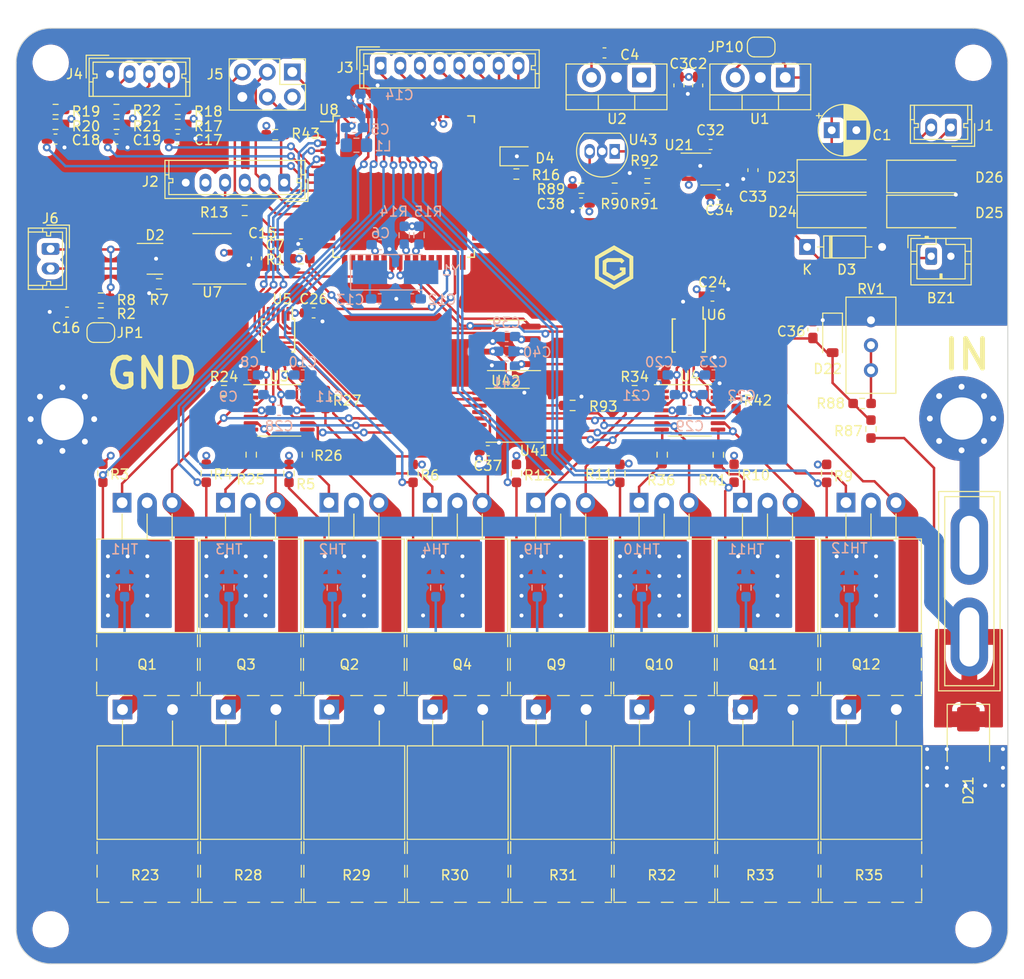
<source format=kicad_pcb>
(kicad_pcb (version 20221018) (generator pcbnew)
  (layers (0 "F.Cu" signal) (1 "In1.Cu" signal) (2 "In2.Cu" signal) (31 "B.Cu" signal) (34 "B.Paste" user) (35 "F.Paste" user) (36 "B.SilkS" user "B.Silkscreen") (37 "F.SilkS" user "F.Silkscreen") (38 "B.Mask" user) (39 "F.Mask" user) (44 "Edge.Cuts" user))
  (net 0 "")
  (net 1 "BZ")
  (net 2 "GND")
  (net 3 "VCC")
  (net 4 "+12V")
  (net 5 "+5V")
  (net 6 "Net-(U8-AVCC)")
  (net 7 "RST")
  (net 8 "Net-(U8-XTAL1)")
  (net 9 "Net-(U8-XTAL2)")
  (net 10 "Net-(C16-Pad1)")
  (net 11 "EN1")
  (net 12 "SW")
  (net 13 "EN2")
  (net 14 "VMP")
  (net 15 "+4V")
  (net 16 "IMP")
  (net 17 "Net-(D2-A1)")
  (net 18 "Net-(D2-A2)")
  (net 19 "Net-(D4-A)")
  (net 20 "IN")
  (net 21 "Net-(D23-A)")
  (net 22 "Net-(D24-A)")
  (net 23 "Net-(F1-Pad2)")
  (net 24 "CS")
  (net 25 "MOSI")
  (net 26 "SCK")
  (net 27 "Net-(J2-Pin_4)")
  (net 28 "R1")
  (net 29 "R2")
  (net 30 "R3")
  (net 31 "R4")
  (net 32 "C4")
  (net 33 "C3")
  (net 34 "C2")
  (net 35 "C1")
  (net 36 "Net-(JP1-B)")
  (net 37 "Net-(Q1-G)")
  (net 38 "Net-(Q2-G)")
  (net 39 "Net-(Q3-G)")
  (net 40 "Net-(Q4-G)")
  (net 41 "-VSW")
  (net 42 "Net-(U21-CF+)")
  (net 44 "Net-(U21-CRES)")
  (net 45 "Net-(U21-CF-)")
  (net 46 "TM1")
  (net 47 "TM2")
  (net 48 "TM3")
  (net 49 "TM4")
  (net 50 "Net-(U7-Rs)")
  (net 51 "TM8")
  (net 52 "TM7")
  (net 53 "TM6")
  (net 54 "TM5")
  (net 55 "BCKL_CTRL")
  (net 56 "SCL")
  (net 57 "SDA")
  (net 58 "OUT_ON")
  (net 59 "Net-(J4-Pin_2)")
  (net 60 "Net-(J4-Pin_3)")
  (net 61 "Net-(J4-Pin_4)")
  (net 62 "I1")
  (net 63 "I2")
  (net 64 "I4")
  (net 65 "I3")
  (net 66 "Net-(Q9-G)")
  (net 67 "Net-(Q10-G)")
  (net 68 "Net-(Q11-G)")
  (net 69 "I5")
  (net 70 "Net-(Q12-G)")
  (net 71 "Net-(R24-Pad1)")
  (net 72 "I6")
  (net 73 "Net-(R25-Pad1)")
  (net 74 "Net-(R26-Pad1)")
  (net 75 "Net-(R27-Pad1)")
  (net 76 "I8")
  (net 77 "Net-(R34-Pad1)")
  (net 78 "I7")
  (net 79 "Net-(R36-Pad1)")
  (net 80 "Net-(R88-Pad2)")
  (net 81 "Net-(R90-Pad2)")
  (net 82 "Net-(U43-REF)")
  (net 83 "Net-(U41-E)")
  (net 84 "E")
  (net 85 "CAN_TX")
  (net 86 "CAN_RX")
  (net 89 "B1")
  (net 90 "B2")
  (net 91 "B3")
  (net 93 "Net-(R41-Pad1)")
  (net 105 "Net-(R42-Pad1)")
  (net 111 "CH1")
  (net 112 "CH2")
  (net 113 "CH3")
  (net 114 "CH4")
  (net 116 "CH5")
  (net 117 "CH6")
  (net 120 "CH7")
  (net 121 "CH8")
  (footprint "Capacitor_THT:CP_Radial_D5.0mm_P2.50mm" (layer "F.Cu") (at 170.8125 68.85)
    (fp_text reference "C1")
    (fp_text value "1000u")
  )
  (footprint "Resistor_SMD:R_0603_1608Metric_Pad0.98x0.95mm_HandSolder" (layer "F.Cu") (at 102.4875 84.46)
    (fp_text reference "R7")
    (fp_text value "47k")
  )
  (footprint "Resistor_SMD:R_0603_1608Metric_Pad0.98x0.95mm_HandSolder" (layer "F.Cu") (at 114.3 69.3 180)
    (fp_text reference "R43")
    (fp_text value "10k")
  )
  (footprint "Connector_Molex:Molex_Micro-Latch_53253-0670_1x06_P2.00mm_Vertical" (layer "F.Cu") (at 115.2125 74.175 180)
    (fp_text reference "J2")
    (fp_text value "Conn_01x06_Pin")
  )
  (footprint "Package_TO_SOT_THT:TO-220-2_Horizontal_TabUp" (layer "F.Cu") (at 130.290002 127.68)
    (fp_text reference "R30" hide)
    (fp_text value "1R" hide)
  )
  (footprint "Resistor_SMD:R_0603_1608Metric_Pad0.98x0.95mm_HandSolder" (layer "F.Cu") (at 109.1 95.3 180)
    (fp_text reference "R24")
    (fp_text value "1.2k")
  )
  (footprint "Resistor_SMD:R_0603_1608Metric_Pad0.98x0.95mm_HandSolder" (layer "F.Cu") (at 148.775 74.74)
    (fp_text reference "R90")
    (fp_text value "3.6k")
  )
  (footprint "Package_TO_SOT_THT:TO-220-2_Horizontal_TabUp" (layer "F.Cu") (at 98.790005 127.68)
    (fp_text reference "R23" hide)
    (fp_text value "1R" hide)
  )
  (footprint "Capacitor_SMD:C_0603_1608Metric_Pad1.08x0.95mm_HandSolder" (layer "F.Cu") (at 93.1625 87.325 180)
    (fp_text reference "C16")
    (fp_text value "100n")
  )
  (footprint "Package_TO_SOT_THT:TO-220-3_Horizontal_TabUp" (layer "F.Cu") (at 130.25 106.68)
    (fp_text reference "Q4" hide)
    (fp_text value "FDP61N20" hide)
  )
  (footprint "MountingHole:MountingHole_3.2mm_M3" (layer "F.Cu") (at 91.5 62)
    (fp_text reference "H3" hide)
    (fp_text value "MountingHole")
  )
  (footprint "Capacitor_SMD:C_0603_1608Metric_Pad1.08x0.95mm_HandSolder" (layer "F.Cu") (at 155.3 64.3 -90)
    (fp_text reference "C3")
    (fp_text value "100n")
  )
  (footprint "Resistor_SMD:R_0603_1608Metric_Pad0.98x0.95mm_HandSolder" (layer "F.Cu") (at 92 66.75)
    (fp_text reference "R19")
    (fp_text value "1k")
  )
  (footprint "Capacitor_SMD:C_0603_1608Metric_Pad1.08x0.95mm_HandSolder" (layer "F.Cu") (at 162.8125 72.9 -90)
    (fp_text reference "C33")
    (fp_text value "22u")
  )
  (footprint "Package_TO_SOT_THT:TO-92_Inline" (layer "F.Cu") (at 148.77 71 180)
    (fp_text reference "U43")
    (fp_text value "TL431LP")
  )
  (footprint "Package_TO_SOT_THT:TO-220-3_Horizontal_TabUp" (layer "F.Cu") (at 98.75 106.68)
    (fp_text reference "Q1")
    (fp_text value "FDP61N20" hide)
  )
  (footprint "Connector_Molex:Molex_Micro-Latch_53253-0470_1x04_P2.00mm_Vertical" (layer "F.Cu") (at 97.5125 63.15)
    (fp_text reference "J4")
    (fp_text value "Conn_01x04_Pin")
  )
  (footprint "Package_SO:MSOP-10_3x3mm_P0.5mm" (layer "F.Cu") (at 114.6 89.7 -90)
    (fp_text reference "U5")
    (fp_text value "MCP4728")
  )
  (footprint "Diode_SMD:D_SMB" (layer "F.Cu") (at 184.69 130.81 -90)
    (fp_text reference "D21")
    (fp_text value "SM6T200A" hide)
  )
  (footprint "Resistor_SMD:R_0603_1608Metric_Pad0.98x0.95mm_HandSolder" (layer "F.Cu") (at 104.4 66.75)
    (fp_text reference "R18")
    (fp_text value "1k")
  )
  (footprint "Loghi:Gio_5x5" (layer "F.Cu") (at 148.7 82.9)
    (fp_text reference "U9" hide)
    (fp_text value "~" hide)
  )
  (footprint "Diode_THT:D_DO-35_SOD27_P7.62mm_Horizontal" (layer "F.Cu") (at 168.3125 80.705)
    (fp_text reference "D3")
    (fp_text value "1N4148")
  )
  (footprint "Resistor_SMD:R_0603_1608Metric_Pad0.98x0.95mm_HandSolder" (layer "F.Cu") (at 104.4 68.25 180)
    (fp_text reference "R17")
    (fp_text value "47k")
  )
  (footprint "Package_TO_SOT_THT:TO-220-2_Horizontal_TabUp" (layer "F.Cu") (at 172.289998 127.68)
    (fp_text reference "R35" hide)
    (fp_text value "1R" hide)
  )
  (footprint "Package_SO:SOIC-8_3.9x4.9mm_P1.27mm" (layer "F.Cu") (at 137.8 90.7 180)
    (fp_text reference "U42")
    (fp_text value "MCP3422")
  )
  (footprint "MountingHole:MountingHole_3.2mm_M3" (layer "F.Cu") (at 185.19 62)
    (fp_text reference "H4" hide)
    (fp_text value "MountingHole")
  )
  (footprint "Resistor_SMD:R_0603_1608Metric_Pad0.98x0.95mm_HandSolder" (layer "F.Cu") (at 91.9875 68.25 180)
    (fp_text reference "R20")
    (fp_text value "47k")
  )
  (footprint "Capacitor_SMD:C_0603_1608Metric_Pad1.08x0.95mm_HandSolder" (layer "F.Cu") (at 104.4 69.75)
    (fp_text reference "C17")
    (fp_text value "100n")
  )
  (footprint "Resistor_SMD:R_0603_1608Metric_Pad0.98x0.95mm_HandSolder" (layer "F.Cu") (at 96.5875 87.4)
    (fp_text reference "R2")
    (fp_text value "56")
  )
  (footprint "Package_TO_SOT_THT:TO-220-3_Vertical" (layer "F.Cu") (at 151.5 63.5 180)
    (fp_text reference "U2")
    (fp_text value "L7805")
  )
  (footprint "Resistor_SMD:R_0603_1608Metric_Pad0.98x0.95mm_HandSolder" (layer "F.Cu") (at 111.8625 101.8 -90)
    (fp_text reference "R25")
    (fp_text value "1.2k")
  )
  (footprint "Capacitor_SMD:C_0603_1608Metric_Pad1.08x0.95mm_HandSolder" (layer "F.Cu") (at 147.7375 61)
    (fp_text reference "C4")
    (fp_text value "1u")
  )
  (footprint "Capacitor_SMD:C_0603_1608Metric_Pad1.08x0.95mm_HandSolder" (layer "F.Cu") (at 158.7 85.7)
    (fp_text reference "C24")
    (fp_text value "100n")
  )
  (footprint "Connector_PinHeader_2.54mm:PinHeader_2x03_P2.54mm_Vertical" (layer "F.Cu") (at 116.0375 62.935 -90)
    (fp_text reference "J5")
    (fp_text value "Conn_02x03_Odd_Even")
  )
  (footprint "Resistor_SMD:R_0603_1608Metric_Pad0.98x0.95mm_HandSolder" (layer "F.Cu") (at 115.7 103.7 -90)
    (fp_text reference "R5")
    (fp_text value "10k")
  )
  (footprint "Capacitor_SMD:C_0603_1608Metric_Pad1.08x0.95mm_HandSolder" (layer "F.Cu") (at 145.3625 76.24 180)
    (fp_text reference "C38")
    (fp_text value "100n")
  )
  (footprint "Resistor_SMD:R_0603_1608Metric_Pad0.98x0.95mm_HandSolder" (layer "F.Cu") (at 144.5 96.8 180)
    (fp_text reference "R93")
    (fp_text value "1k")
  )
  (footprint "Connector_Molex:Molex_Micro-Latch_53253-0870_1x08_P2.00mm_Vertical" (layer "F.Cu") (at 125 62.3)
    (fp_text reference "J3")
    (fp_text value "Conn_01x08_Pin")
  )
  (footprint "Resistor_SMD:R_0603_1608Metric_Pad0.98x0.95mm_HandSolder" (layer "F.Cu") (at 107.3 103.6875 -90)
    (fp_text reference "R4")
    (fp_text value "10k")
  )
  (footprint "Resistor_SMD:R_0603_1608Metric_Pad0.98x0.95mm_HandSolder" (layer "F.Cu") (at 111.2 77)
    (fp_text reference "R13")
    (fp_text value "220" hide)
  )
  (footprint "Connector_Molex:Molex_Micro-Latch_53253-0270_1x02_P2.00mm_Vertical" (layer "F.Cu") (at 91.4875 80.9 -90)
    (fp_text reference "J6")
    (fp_text value "Conn_01x02_Pin")
  )
  (footprint "Package_SO:TSSOP-14_4.4x5mm_P0.65mm" (layer "F.Cu") (at 114.7 97.3)
    (fp_text reference "U3")
    (fp_text value "NCS21914")
  )
  (footprint "Resistor_SMD:R_0603_1608Metric_Pad0.98x0.95mm_HandSolder" (layer "F.Cu") (at 150.8 95.3 180)
    (fp_text reference "R34")
    (fp_text value "1.2k")
  )
  (footprint "Capacitor_SMD:C_0603_1608Metric_Pad1.08x0.95mm_HandSolder" (layer "F.Cu") (at 159.35 75.4)
    (fp_text reference "C34")
    (fp_text value "22u")
  )
  (footprint "Resistor_SMD:R_0603_1608Metric_Pad0.98x0.95mm_HandSolder" (layer "F.Cu") (at 152.075 74.74)
    (fp_text reference "R91")
    (fp_text value "3.6k")
  )
  (footprint "Package_TO_SOT_THT:TO-220-2_Horizontal_TabUp" (layer "F.Cu") (at 151.29 127.68)
    (fp_text reference "R32" hide)
    (fp_text value "1R" hide)
  )
  (footprint "Resistor_SMD:R_0603_1608Metric_Pad0.98x0.95mm_HandSolder" (layer "F.Cu") (at 159.3 101.8125 -90)
    (fp_text reference "R41")
    (fp_text value "1.2k")
  )
  (footprint "Package_TO_SOT_THT:TO-220-2_Horizontal_TabUp" (layer "F.Cu") (at 161.789999 127.68)
    (fp_text reference "R33" hide)
    (fp_text value "1R" hide)
  )
  (footprint "Capacitor_SMD:C_0603_1608Metric_Pad1.08x0.95mm_HandSolder" (layer "F.Cu") (at 157.2 64.3 -90)
    (fp_text reference "C2")
    (fp_text value "1u")
  )
  (footprint "Resistor_SMD:R_0603_1608Metric_Pad0.98x0.95mm_HandSolder" (layer "F.Cu") (at 98.1875 68.25 180)
    (fp_text reference "R21")
    (fp_text value "47k")
  )
  (footprint "Potentiometer_THT:Potentiometer_Bourns_3296W_Vertical" (layer "F.Cu") (at 174.8 93.2275 -90)
    (fp_text reference "RV1")
    (fp_text value "1k")
  )
  (footprint "Capacitor_SMD:C_0603_1608Metric_Pad1.08x0.95mm_HandSolder" (layer "F.Cu") (at 168.9 89.0875 90)
    (fp_text reference "C36")
    (fp_text value "22p")
  )
  (footprint "Fuse:Fuse_Blade_ATO_directSolder" (layer "F.Cu") (at 184.79 120.31 90)
    (fp_text reference "F1" hide)
    (fp_text value "50A")
  )
  (footprint "Resistor_SMD:R_0603_1608Metric_Pad0.98x0.95mm_HandSolder" (layer "F.Cu") (at 128.3 103.7 -90)
    (fp_text reference "R6")
    (fp_text value "10k")
  )
  (footprint "MountingHole:MountingHole_3.2mm_M3" (layer "F.Cu") (at 185.2 150)
    (fp_text reference "H5" hide)
    (fp_text value "MountingHole")
  )
  (footprint "MountingHole:MountingHole_4.3mm_M4_Pad_Via" (layer "F.Cu") (at 92.69 98.190419 180)
    (fp_text reference "H2" hide)
    (fp_text value "PWR-" hide)
  )
  (footprint "Capacitor_SMD:C_0603_1608Metric_Pad1.08x0.95mm_HandSolder" (layer "F.Cu") (at 98.175 69.75)
    (fp_text reference "C19")
    (fp_text value "100n")
  )
  (footprint "Package_TO_SOT_THT:TO-220-2_Horizontal_TabUp" (layer "F.Cu") (at 119.790003 127.68)
    (fp_text reference "R29" hide)
    (fp_text value "1R" hide)
  )
  (footprint "Capacitor_SMD:C_0603_1608Metric_Pad1.08x0.95mm_HandSolder" (layer "F.Cu") (at 116.9125 80.4 180)
    (fp_text reference "C7")
    (fp_text value "100n")
  )
  (footprint "Package_SO:TSSOP-16_4.4x5mm_P0.65mm" (layer "F.Cu") (at 137.9 97.8 180)
    (fp_text reference "U41")
    (fp_text value "XS3A4051PWJ")
  )
  (footprint "Diode_SMD:D_SMA_Handsoldering" (layer "F.Cu") (at 171.8125 77.1)
    (fp_text reference "D24")
    (fp_text value "SS14")
  )
  (footprint "Package_SO:SOIC-8_3.9x4.9mm_P1.27mm" (layer "F.Cu") (at 107.8875 81.91 180)
    (fp_text reference "U7")
    (fp_text value "MCP2551-I-SN")
  )
  (footprint "Capacitor_SMD:C_0603_1608Metric_Pad1.08x0.95mm_HandSolder" (layer "F.Cu") (at 135.9 101.4)
    (fp_text reference "C37")
    (fp_text value "100n")
  )
  (footprint "Package_TO_SOT_THT:TO-220-3_Vertical" (layer "F.Cu") (at 166.1 63.5 180)
    (fp_text reference "U1")
    (fp_text value "L7812")
  )
  (footprint "Resistor_SMD:R_0603_1608Metric_Pad0.98x0.95mm_HandSolder" (layer "F.Cu") (at 119.4 96.2 -90)
    (fp_text reference "R27")
    (fp_text value "1.2k")
  )
  (footprint "Diode_SMD:D_SMA_Handsoldering" (layer "F.Cu") (at 180.9125 77.1)
    (fp_text reference "D25")
    (fp_text value "SS14")
  )
  (footprint "Resistor_SMD:R_0603_1608Metric_Pad0.98x0.95mm_HandSolder" (layer "F.Cu") (at 160.9 103.6875 -90)
    (fp_text reference "R10")
    (fp_text value "10k")
  )
  (footprint "Capacitor_SMD:C_0603_1608Metric_Pad1.08x0.95mm_HandSolder" (layer "F.Cu") (at 158.5125 70.3)
    (fp_text reference "C32")
    (fp_text value "5u")
  )
  (footprint "Resistor_SMD:R_0603_1608Metric_Pad0.98x0.95mm_HandSolder" (layer "F.Cu") (at 116.9 81.9)
    (fp_text reference "R1")
    (fp_text value "10k")
  )
  (footprint "LED_SMD:LED_0805_2012Metric_Pad1.15x1.40mm_HandSolder" (layer "F.Cu") (at 138.9875 71.5)
    (fp_text reference "D4")
    (fp_text value "LED")
  )
  (footprint "MountingHole:MountingHole_3.2mm_M3" (layer "F.Cu") (at 91.5 150)
    (fp_text reference "H6" hide)
    (fp_text value "MountingHole")
  )
  (footprint "Connector_Molex:Molex_Micro-Latch_53253-0270_1x02_P2.00mm_Vertical" (layer "F.Cu") (at 182.9125 68.575 180)
    (fp_text reference "J1")
    (fp_text value "Conn_01x02_Pin")
  )
  (footprint "Resistor_SMD:R_0603_1608Metric_Pad0.98x0.95mm_HandSolder" (layer "F.Cu") (at 153.6 101.8 -90)
    (fp_text reference "R36")
    (fp_text value "1.2k")
  )
  (footprint "Resistor_SMD:R_0603_1608Metric_Pad0.98x0.95mm_HandSolder" (layer "F.Cu") (at 161.1 96.2 -90)
    (fp_text reference "R42")
    (fp_text value "1.2k")
  )
  (footprint "Diode_SMD:D_SMA_Handsoldering" (layer "F.Cu") (at 171.8125 73.5)
    (fp_text reference "D23")
    (fp_text value "SS14")
  )
  (footprint "Package_TO_SOT_THT:TO-220-2_Horizontal_TabUp" (layer "F.Cu") (at 109.290004 127.68)
    (fp_text reference "R28" hide)
    (fp_text value "1R" hide)
  )
  (footprint "Resistor_SMD:R_0603_1608Metric_Pad0.98x0.95mm_HandSolder" (layer "F.Cu") (at 98.175 66.75)
    (fp_text reference "R22")
    (fp_text value "1k")
  )
  (footprint "Connector_JST:JST_PH_B2B-PH-K_1x02_P2.00mm_Vertical" (layer "F.Cu") (at 180.9125 81.65)
    (fp_text reference "BZ1")
    (fp_text value "Buzzer")
  )
  (footprint "Package_SO:TSSOP-14_4.4x5mm_P0.65mm" (layer "F.Cu") (at 156.4 97.3)
    (fp_text reference "U4")
    (fp_text value "NCS21914")
  )
  (footprint "Resistor_SMD:R_0603_1608Metric_Pad0.98x0.95mm_HandSolder" (layer "F.Cu") (at 138.8 103.7 -90)
    (fp_text reference "R12")
    (fp_text value "10k")
  )
  (footprint "Package_TO_SOT_THT:TO-220-3_Horizontal_TabUp" (layer "F.Cu") (at 109.25 106.68)
    (fp_text reference "Q3" hide)
    (fp_text value "FDP61N20" hide)
  )
  (footprint "Package_TO_SOT_THT:TO-220-2_Horizontal_TabUp" (layer "F.Cu") (at 140.790001 127.68)
    (fp_text reference "R31" hide)
    (fp_text value "1R" hide)
  )
  (footprint "Package_SO:VSSOP-8_3.0x3.0mm_P0.65mm" (layer "F.Cu") (at 158.5125 72.8)
    (fp_text reference "U21")
    (fp_text value "LM7705")
  )
  (footprint "Package_TO_SOT_SMD:SOT-23-3" (layer "F.Cu") (at 102.0875 81.91)
    (fp_text reference "D2")
    (fp_text value "PESD2CAN")
  )
  (footprint "Diode_SMD:D_SOD-123" (layer "F.Cu") (at 170.9 89.7875 -90)
    (fp_text reference "D22")
    (fp_text value "4.5V")
  )
  (footprint "Resistor_SMD:R_0603_1608Metric_Pad0.98x0.95mm_HandSolder" (layer "F.Cu") (at 96.5875 85.9 180)
    (fp_text reference "R8")
    (fp_text value "56")
  )
  (footprint "Resistor_SMD:R_0603_1608Metric_Pad0.98x0.95mm_HandSolder" (layer "F.Cu") (at 145.3875 74.74)
    (fp_text reference "R89")
    (fp_text value "56")
  )
  (footprint "Package_TO_SOT_THT:TO-220-3_Horizontal_TabUp" (layer "F.Cu") (at 161.75 106.68)
    (fp_text reference "Q11" hide)
    (fp_text value "FDP61N20" hide)
  )
  (footprint "Jumper:SolderJumper-2_P1.3mm_Open_RoundedPad1.0x1.5mm" (layer "F.Cu") (at 96.5875 89.4 180)
    (fp_text reference "JP1")
    (fp_text value "Jumper_2_Open")
  )
  (footprint "Resistor_SMD:R_0603_1608Metric_Pad0.98x0.95mm_HandSolder" (layer "F.Cu") (at 96.8 103.6875 -90)
    (fp_text reference "R3")
    (fp_text value "10k")
  )
  (footprint "Capacitor_SMD:C_0603_1608Metric_Pad1.08x0.95mm_HandSolder" (layer "F.Cu") (at 118.2 87.4)
    (fp_text reference "C26")
    (fp_text value "100n")
  )
  (footprint "Package_TO_SOT_THT:TO-220-3_Horizontal_TabUp" (layer "F.Cu") (at 151.25 106.68)
    (fp_text reference "Q10" hide)
    (fp_text value "FDP61N20" hide)
  )
  (footprint "Package_TO_SOT_THT:TO-220-3_Horizontal_TabUp" (layer "F.Cu") (at 119.75 106.68)
    (fp_text reference "Q2")
    (fp_text value "FDP61N20" hide)
  )
  (footprint "Resistor_SMD:R_0603_1608Metric_Pad0.98x0.95mm_HandSolder" (layer "F.Cu") (at 117.5625 101.8 -90)
    (fp_text reference "R26")
    (fp_text value "1.2k")
  )
  (footprint "Resistor_SMD:R_0603_1608Metric_Pad0.98x0.95mm_HandSolder" (layer "F.Cu") (at 152.1 73.24 180)
    (fp_text reference "R92")
    (fp_text value "10k")
  )
  (footprint "Jumper:SolderJumper-2_P1.3mm_Open_RoundedPad1.0x1.5mm" (layer "F.Cu") (at 163.65 60.4 180)
    (fp_text reference "JP10")
    (fp_text value "Jumper_2_Open")
  )
  (footprint "Resistor_SMD:R_0603_1608Metric_Pad0.98x0.95mm_HandSolder" (layer "F.Cu") (at 174.8 99.2 -90)
    (fp_text reference "R87")
    (fp_text value "1M")
  )
  (footprint "Resistor_SMD:R_0603_1608Metric_Pad0.98x0.95mm_HandSolder" (layer "F.Cu") (at 138.7875 73.3)
    (fp_text reference "R16")
    (fp_text value "330")
  )
  (footprint "Package_QFP:TQFP-64_14x14mm_P0.8mm" (layer "F.Cu") (at 127.35 74.575)
    (fp_text reference "U8")
    (fp_text value "AT90CAN64-16A")
  )
  (footprint "Capacitor_SMD:C_0603_1608Metric_Pad1.08x0.95mm_HandSolder" (layer "F.Cu") (at 91.9875 69.75)
    (fp_text reference "C18")
    (fp_text value "100n")
  )
  (footprint "Package_TO_SOT_THT:TO-220-3_Horizontal_TabUp" (layer "F.Cu") (at 140.75 106.68)
    (fp_text reference "Q9" hide)
    (fp_text value "FDP61N20" hide)
  )
  (footprint "Resistor_SMD:R_0603_1608Metric_Pad0.98x0.95mm_HandSolder" (layer "F.Cu") (at 170.3 103.7 -90)
    (fp_text reference "R9")
    (fp_text value "10k")
  )
  (footprint "Resistor_SMD:R_0603_1608Metric_Pad0.98x0.95mm_HandSolder" (layer "F.Cu") (at 149.3 103.7 -90)
    (fp_text reference "R11")
    (fp_text value "10k")
  )
  (footprint "MountingHole:MountingHole_4.3mm_M4_Pad_Via" (layer "F.Cu") (at 184 98.129581 180)
    (fp_text reference "H1" hide)
    (fp_text value "PWR+" hide)
  )
  (footprint "Capacitor_SMD:C_0603_1608Metric_Pad1.08x0.95mm_HandSolder" (layer "F.Cu") (at 112.3875 81.86 -90)
    (fp_text reference "C15")
    (fp_text value "100n")
  )
  (footprint "Resistor_SMD:R_0603_1608Metric_Pad0.98x0.95mm_HandSolder" (layer "F.Cu") (at 173.9 96.6)
    (fp_text reference "R88")
    (fp_text value "22k")
  )
  (footprint "Package_SO:MSOP-10_3x3mm_P0.5mm" (layer "F.Cu") (at 156.3 89.7 -90)
    (fp_text reference "U6")
    (fp_text value "MCP4728")
  )
  (footprint "Package_TO_SOT_THT:TO-220-3_Horizontal_TabUp" (layer "F.Cu") (at 172.26 106.67)
    (fp_text reference "Q12" hide)
    (fp_text value "FDP61N20" hide)
  )
  (footprint "Diode_SMD:D_SMA_Handsoldering" (layer "F.Cu") (at 180.9125 73.55)
    (fp_text reference "D26")
    (fp_text value "SS14")
  )
  (footprint "Resistor_SMD:R_0603_1608Metric_Pad0.98x0.95mm_HandSolder" (layer "B.Cu") (at 151.5 115.3125 -90)
    (fp_text reference "TH10")
    (fp_text value "10k" hide)
  )
  (footprint "Resistor_SMD:R_0603_1608Metric_Pad0.98x0.95mm_HandSolder" (layer "B.Cu") (at 128.9 79.515 90)
    (fp_text reference "R15")
    (fp_text value "10k")
  )
  (footprint "Capacitor_SMD:C_0603_1608Metric_Pad1.08x0.95mm_HandSolder" (layer "B.Cu") (at 137.8 92.8 180)
    (fp_text reference "C41")
    (fp_text value "1n")
  )
  (footprint "Capacitor_SMD:C_0603_1608Metric_Pad1.08x0.95mm_HandSolder" (layer "B.Cu") (at 111.7 93.7 180)
    (fp_text reference "C8")
    (fp_text value "100n")
  )
  (footprint "Capacitor_SMD:C_0603_1608Metric_Pad1.08x0.95mm_HandSolder" (layer "B.Cu") (at 158.5625 95.7)
    (fp_text reference "C22")
    (fp_text value "100n")
  )
  (footprint "Resistor_SMD:R_0603_1608Metric_Pad0.98x0.95mm_HandSolder" (layer "B.Cu") (at 127.4 79.515 -90)
    (fp_text reference "R14")
    (fp_text value "10k")
  )
  (footprint "Capacitor_SMD:C_0603_1608Metric_Pad1.08x0.95mm_HandSolder" (layer "B.Cu") (at 137.8 91.3)
    (fp_text reference "C40")
    (fp_text value "1n")
  )
  (footprint "Capacitor_SMD:C_0603_1608Metric_Pad1.08x0.95mm_HandSolder" (layer "B.Cu") (at 123.8125 65.175)
    (fp_text reference "C14")
    (fp_text value "100n" hide)
  )
  (footprint "Capacitor_SMD:C_0603_1608Metric_Pad1.08x0.95mm_HandSolder" (layer "B.Cu") (at 158.8 93.7)
    (fp_text reference "C23")
    (fp_text value "100n")
  )
  (footprint "Capacitor_SMD:C_0603_1608Metric_Pad1.08x0.95mm_HandSolder" (layer "B.Cu") (at 124.95 80.475)
    (fp_text reference "C6")
    (fp_text value "100n" hide)
  )
  (footprint "Capacitor_SMD:C_0603_1608Metric_Pad1.08x0.95mm_HandSolder" (layer "B.Cu") (at 137.8 89.8 180)
    (fp_text reference "C39")
    (fp_text value "100n")
  )
  (footprint "Capacitor_SMD:C_0603_1608Metric_Pad1.08x0.95mm_HandSolder" (layer "B.Cu") (at 114.7 97.3)
    (fp_text reference "C28")
    (fp_text value "100n")
  )
  (footprint "Capacitor_SMD:C_0603_1608Metric_Pad1.08x0.95mm_HandSolder" (layer "B.Cu") (at 156.4 97.3)
    (fp_text reference "C29")
    (fp_text value "100n")
  )
  (footprint "Capacitor_SMD:C_0603_1608Metric_Pad1.08x0.95mm_HandSolder" (layer "B.Cu") (at 116.7 95.7)
    (fp_text reference "C11")
    (fp_text value "100n")
  )
  (footprint "Capacitor_SMD:C_0603_1608Metric_Pad1.08x0.95mm_HandSolder" (layer "B.Cu") (at 117.1 93.7)
    (fp_text reference "C10")
    (fp_text value "100n")
  )
  (footprint "Resistor_SMD:R_0603_1608Metric_Pad0.98x0.95mm_HandSolder" (layer "B.Cu") (at 140.9 115.3125 -90)
    (fp_text reference "TH9")
    (fp_text value "10k" hide)
  )
  (footprint "Capacitor_SMD:C_0603_1608Metric_Pad1.08x0.95mm_HandSolder" (layer "B.Cu") (at 112.2375 95.7 180)
    (fp_text reference "C9")
    (fp_text value "100n")
  )
  (footprint "Capacitor_SMD:C_0603_1608Metric_Pad1.08x0.95mm_HandSolder" (layer "B.Cu") (at 154.0375 95.7 180)
    (fp_text reference "C21")
    (fp_text value "100n")
  )
  (footprint "Resistor_SMD:R_0603_1608Metric_Pad0.98x0.95mm_HandSolder" (layer "B.Cu") (at 172.6 115.4 -90)
    (fp_text reference "TH12")
    (fp_text value "10k" hide)
  )
  (footprint "Resistor_SMD:R_0603_1608Metric_Pad0.98x0.95mm_HandSolder" (layer "B.Cu") (at 130.6 115.3125 -90)
    (fp_text reference "TH4")
    (fp_text value "10k" hide)
  )
  (footprint "Inductor_SMD:L_0805_2012Metric_Pad1.15x1.40mm_HandSolder" (layer "B.Cu") (at 122.55 70.375 180)
    (fp_text reference "L1")
    (fp_text value "10uH" hide)
  )
  (footprint "Resistor_SMD:R_0603_1608Metric_Pad0.98x0.95mm_HandSolder" (layer "B.Cu") (at 109.6 115.3125 -90)
    (fp_text reference "TH3")
    (fp_text value "10k" hide)
  )
  (footprint "Capacitor_SMD:C_0603_1608Metric_Pad1.08x0.95mm_HandSolder" (layer "B.Cu") (at 153.3 93.7 180)
    (fp_text reference "C20")
    (fp_text value "100n")
  )
  (footprint "Crystal:Crystal_SMD_5032-2Pin_5.0x3.2mm_HandSoldering" (layer "B.Cu") (at 126.5125 83.275)
    (fp_text reference "Y1")
    (fp_text value "Crystal" hide)
  )
  (footprint "Capacitor_SMD:C_0603_1608Metric_Pad1.08x0.95mm_HandSolder" (layer "B.Cu") (at 124.9125 85.975)
    (fp_text reference "C13")
    (fp_text value "22p" hide)
  )
  (footprint "Resistor_SMD:R_0603_1608Metric_Pad0.98x0.95mm_HandSolder" (layer "B.Cu") (at 162.1 115.3125 -90)
    (fp_text reference "TH11")
    (fp_text value "10k" hide)
  )
  (footprint "Resistor_SMD:R_0603_1608Metric_Pad0.98x0.95mm_HandSolder" (layer "B.Cu") (at 120.1 115.3125 -90)
    (fp_text reference "TH2")
    (fp_text value "10k" hide)
  )
  (footprint "Resistor_SMD:R_0603_1608Metric_Pad0.98x0.95mm_HandSolder" (layer "B.Cu") (at 99 115.3125 -90)
    (fp_text reference "TH1")
    (fp_text value "10k" hide)
  )
  (footprint "Capacitor_SMD:C_0603_1608Metric_Pad1.08x0.95mm_HandSolder" (layer "B.Cu") (at 128.2125 85.975 180)
    (fp_text reference "C12")
    (fp_text value "22p" hide)
  )
  (footprint "Capacitor_SMD:C_0603_1608Metric_Pad1.08x0.95mm_HandSolder" (layer "B.Cu") (at 122.35 68.575)
    (fp_text reference "C5")
    (fp_text value "100n" hide)
  )
  (gr_line (start 188.69 62) (end 188.7 150) (stroke (width 0.1)) (layer "Edge.Cuts"))
  (gr_line (start 88 150) (end 87.99 62) (stroke (width 0.1)) (layer "Edge.Cuts"))
  (gr_arc (start 185.19 58.5) (mid 187.664874 59.525126) (end 188.69 62) (stroke (width 0.1)) (layer "Edge.Cuts"))
  (gr_arc (start 87.99 62) (mid 89.015126 59.525126) (end 91.49 58.5) (stroke (width 0.1)) (layer "Edge.Cuts"))
  (gr_line (start 185.2 153.5) (end 91.5 153.5) (stroke (width 0.1)) (layer "Edge.Cuts"))
  (gr_arc (start 91.5 153.5) (mid 89.025126 152.474874) (end 88 150) (stroke (width 0.1)) (layer "Edge.Cuts"))
  (gr_line (start 91.49 58.5) (end 185.19 58.5) (stroke (width 0.1)) (layer "Edge.Cuts"))
  (gr_arc (start 188.7 150) (mid 187.674874 152.474874) (end 185.2 153.5) (stroke (width 0.1)) (layer "Edge.Cuts"))
  (gr_text "R31" (at 143.55 144.51) (layer "F.SilkS") (effects (font (size 1 1))))
  (gr_text "R29" (at 122.55 144.51) (layer "F.SilkS") (effects (font (size 1 1))))
  (gr_text "IN" (at 181.935 93.4) (layer "F.SilkS") (effects (font (size 3 3) (thickness 0.5) bold) (justify left bottom)))
  (gr_text "R33" (at 163.55 144.51) (layer "F.SilkS") (effects (font (size 1 1))))
  (gr_text "R28" (at 111.55 144.51) (layer "F.SilkS") (effects (font (size 1 1))))
  (gr_text "R23" (at 101.09 144.51) (layer "F.SilkS") (effects (font (size 1 1))))
  (gr_text "R30" (at 132.55 144.51) (layer "F.SilkS") (effects (font (size 1 1))))
  (gr_text "R32" (at 153.55 144.51) (layer "F.SilkS") (effects (font (size 1 1))))
  (gr_text "R35" (at 174.59 144.51) (layer "F.SilkS") (effects (font (size 1 1))))
  (gr_text "GND" (at 96.9 95.3) (layer "F.SilkS") (effects (font (size 3 3) (thickness 0.5) bold) (justify left bottom)))
  (segment (start 180.7325 81.83) (end 169.4375 81.83) (width 0.25) (layer "F.Cu") (net 1))
  (segment (start 169.4375 81.83) (end 168.3125 80.705) (width 0.25) (layer "F.Cu") (net 1))
  (segment (start 165.5075 77.9) (end 138.05 77.9) (width 0.25) (layer "F.Cu") (net 1))
  (segment (start 138.05 77.9) (end 135.925 75.775) (width 0.25) (layer "F.Cu") (net 1))
  (segment (start 135.925 75.775) (end 135.05 75.775) (width 0.25) (layer "F.Cu") (net 1))
  (segment (start 168.3125 80.705) (end 165.5075 77.9) (width 0.25) (layer "F.Cu") (net 1))
  (segment (start 168.9875 88.1375) (end 168.9 88.225) (width 0.25) (layer "F.Cu") (net 2))
  (segment (start 116.05 80.4) (end 116.638 80.4) (width 0.25) (layer "F.Cu") (net 2))
  (segment (start 148.6 61) (end 148.96 61.36) (width 0.25) (layer "F.Cu") (net 2))
  (segment (start 136.190223 90.065) (end 135.325 90.065) (width 0.25) (layer "F.Cu") (net 2))
  (segment (start 140.7625 95.525) (end 139.625 95.525) (width 0.25) (layer "F.Cu") (net 2))
  (segment (start 161.8 73.775) (end 161.8 73.779576) (width 0.25) (layer "F.Cu") (net 2))
  (segment (start 156.3125 72.475) (end 157.46032 72.475) (width 0.25) (layer "F.Cu") (net 2))
  (segment (start 151.1875 73.24) (end 150.34 73.24) (width 0.25) (layer "F.Cu") (net 2))
  (segment (start 111.6 82.545) (end 112.21 82.545) (width 0.25) (layer "F.Cu") (net 2))
  (segment (start 160.2125 74.275) (end 160.7125 73.775) (width 0.25) (layer "F.Cu") (net 2))
  (segment (start 145.4125 96.8) (end 145.4125 95.9125) (width 0.25) (layer "F.Cu") (net 2))
  (segment (start 136.3 92.73105) (end 135.45105 92.73105) (width 0.25) (layer "F.Cu") (net 2))
  (segment (start 150.34 73.24) (end 150.3 73.2) (width 0.25) (layer "F.Cu") (net 2))
  (segment (start 136.7625 100.8375) (end 137.019503 100.580497) (width 0.25) (layer "F.Cu") (net 2))
  (segment (start 144.5 77.1) (end 144.5 76.24) (width 0.25) (layer "F.Cu") (net 2))
  (segment (start 101.575 84.46) (end 101.575 85.325) (width 0.25) (layer "F.Cu") (net 2))
  (segment (start 106.15 69.75) (end 106.2 69.7) (width 0.25) (layer "F.Cu") (net 2))
  (segment (start 99.0375 69.75) (end 99.0375 70.3375) (width 0.25) (layer "F.Cu") (net 2))
  (segment (start 155.3 65.1625) (end 157.2 65.1625) (width 0.25) (layer "F.Cu") (net 2))
  (segment (start 161.8 73.779576) (end 161.826545 73.806121) (width 0.25) (layer "F.Cu") (net 2))
  (segment (start 137.9625 71.5) (end 138.838 71.5) (width 0.25) (layer "F.Cu") (net 2))
  (segment (start 114.1 86.5) (end 114.5 86.1) (width 0.25) (layer "F.Cu") (net 2))
  (segment (start 110.3625 82.545) (end 111.6 82.545) (width 0.25) (layer "F.Cu") (net 2))
  (segment (start 136.7625 101.4) (end 136.7625 100.8375) (width 0.25) (layer "F.Cu") (net 2))
  (segment (start 92.85 70.55) (end 92.9 70.6) (width 0.25) (layer "F.Cu") (net 2))
  (segment (start 125.35 82.275) (end 125.35 81.475498) (width 0.25) (layer "F.Cu") (net 2))
  (segment (start 117.7625 86.1) (end 119.0625 87.4) (width 0.25) (layer "F.Cu") (net 2))
  (segment (start 92.3 87.325) (end 91.425 87.325) (width 0.25) (layer "F.Cu") (net 2))
  (segment (start 114.5 86.1) (end 117.7625 86.1) (width 0.25) (layer "F.Cu") (net 2))
  (segment (start 105.2625 69.75) (end 106.15 69.75) (width 0.25) (layer "F.Cu") (net 2))
  (segment (start 139.3 91.3) (end 140.24 91.3) (width 0.25) (layer "F.Cu") (net 2))
  (segment (start 160.2125 75.4) (end 160.2125 74.4) (width 0.25) (layer "F.Cu") (net 2))
  (segment (start 161.8 73.775) (end 162.8 73.775) (width 0.25) (layer "F.Cu") (net 2))
  (segment (start 183.4125 73.55) (end 183.4125 75.4) (width 0.25) (layer "F.Cu") (net 2))
  (segment (start 114.1 87.5) (end 114.1 86.5) (width 0.25) (layer "F.Cu") (net 2))
  (segment (start 160.2125 74.275) (end 160.2125 74.4) (width 0.25) (layer "F.Cu") (net 2))
  (segment (start 92.85 69.75) (end 92.85 70.55) (width 0.25) (layer "F.Cu") (net 2))
  (segment (start 183.4125 77.1) (end 183.4125 75.4) (width 0.25) (layer "F.Cu") (net 2))
  (segment (start 91.425 87.325) (end 91.4 87.3) (width 0.25) (layer "F.Cu") (net 2))
  (segment (start 116.78125 92.51875) (end 116.1625 91.9) (width 0.25) (layer "F.Cu") (net 2))
  (segment (start 148.96 61.36) (end 148.96 63.5) (width 0.25) (layer "F.Cu") (net 2))
  (segment (start 102.21 81.91) (end 102.2 81.9) (width 0.25) (layer "F.Cu") (net 2))
  (segment (start 130.15 66.875) (end 130.15 68.05) (width 0.25) (layer "F.Cu") (net 2))
  (segment (start 119.1 88.2655) (end 119.1 87.4375) (width 0.25) (layer "F.Cu") (net 2))
  (segment (start 160.7125 73.775) (end 161.8 73.775) (width 0.25) (layer "F.Cu") (net 2))
  (segment (start 159.6 85.7) (end 160.3 85) (width 0.25) (layer "F.Cu") (net 2))
  (segment (start 122.15 66.875) (end 122.15 65.931047) (width 0.25) (layer "F.Cu") (net 2))
  (segment (start 145.4125 95.9125) (end 145.4 95.9) (width 0.25) (layer "F.Cu") (net 2))
  (segment (start 139.625 95.525) (end 139.6 95.5) (width 0.25) (layer "F.Cu") (net 2))
  (segment (start 136.38859 90.263367) (end 136.190223 90.065) (width 0.25) (layer "F.Cu") (net 2))
  (segment (start 125.35 81.475498) (end 125.9 80.925498) (width 0.25) (layer "F.Cu") (net 2))
  (segment (start 116.1625 91.9) (end 115.6 91.9) (width 0.25) (layer "F.Cu") (net 2))
  (segment (start 158.917296 91.9) (end 157.3 91.9) (width 0.25) (layer "F.Cu") (net 2))
  (segment (start 99.0375 70.3375) (end 99.3 70.6) (width 0.25) (layer "F.Cu") (net 2))
  (segment (start 155.8 86.345684) (end 155.718105 86.263789) (width 0.25) (layer "F.Cu") (net 2))
  (segment (start 155.8 87.5) (end 155.8 86.345684) (width 0.25) (layer "F.Cu") (net 2))
  (segment (start 122.15 65.931047) (end 121.759804 65.540851) (width 0.25) (layer "F.Cu") (net 2))
  (segment (start 103.225 81.91) (end 102.21 81.91) (width 0.25) (layer "F.Cu") (net 2))
  (segment (start 130.15 68.05) (end 130.3 68.2) (width 0.25) (layer "F.Cu") (net 2))
  (segment (start 170.9 88.1375) (end 168.9875 88.1375) (width 0.25) (layer "F.Cu") (net 2))
  (segment (start 101.575 85.325) (end 101.5 85.4) (width 0.25) (layer "F.Cu") (net 2))
  (via (at 136.38859 90.263367) (size 0.8) (drill 0.4) (layers "F.Cu" "B.Cu") (net 2))
  (via (at 161.826545 73.806121) (size 0.8) (drill 0.4) (layers "F.Cu" "B.Cu") (net 2))
  (via (at 137.019503 100.580497) (size 0.8) (drill 0.4) (layers "F.Cu" "B.Cu") (net 2))
  (via (at 125.9 80.925498) (size 0.8) (drill 0.4) (layers "F.Cu" "B.Cu") (net 2))
  (via (at 153.175 94.5505) (size 0.8) (drill 0.4) (layers "F.Cu" "B.Cu") (net 2))
  (via (at 116.638 80.4) (size 0.8) (drill 0.4) (layers "F.Cu" "B.Cu") (net 2))
  (via (at 139.3 91.3) (size 0.8) (drill 0.4) (layers "F.Cu" "B.Cu") (net 2))
  (via (at 150.3 73.2) (size 0.8) (drill 0.4) (layers "F.Cu" "B.Cu") (net 2))
  (via (at 138.838 71.5) (size 0.8) (drill 0.4) (layers "F.Cu" "B.Cu") (net 2))
  (via (at 145.4 95.9) (size 0.8) (drill 0.4) (layers "F.Cu" "B.Cu") (net 2))
  (via (at 180.5 131.7) (size 0.8) (drill 0.4) (layers "F.Cu" "B.Cu") (net 2))
  (via (at 124.7 64.3) (size 0.8) (drill 0.4) (layers "F.Cu" "B.Cu") (net 2))
  (via (at 101.5 85.4) (size 0.8) (drill 0.4) (layers "F.Cu" "B.Cu") (net 2))
  (via (at 182.5 133.6) (size 0.8) (drill 0.4) (layers "F.Cu" "B.Cu") (net 2))
  (via (at 180.5 135.4) (size 0.8) (drill 0.4) (layers "F.Cu" "B.Cu") (net 2))
  (via (at 126.6 85.975) (size 0.8) (drill 0.4) (layers "F.Cu" "B.Cu") (net 2))
  (via (at 183.4125 75.4) (size 0.8) (drill 0.4) (layers "F.Cu" "B.Cu") (net 2))
  (via (at 156.2 65.1625) (size 0.8) (drill 0.4) (layers "F.Cu" "B.Cu") (net 2))
  (via (at 119.1 88.2655) (size 0.8) (drill 0.4) (layers "F.Cu" "B.Cu") (net 2))
  (via (at 188.2 131.7) (size 0.8) (drill 0.4) (layers "F.Cu" "B.Cu") (net 2))
  (via (at 188.2 133.6) (size 0.8) (drill 0.4) (layers "F.Cu" "B.Cu") (net 2))
  (via (at 182.5 131.7) (size 0.8) (drill 0.4) (layers "F.Cu" "B.Cu") (net 2))
  (via (at 121.759804 65.540851) (size 0.8) (drill 0.4) (layers "F.Cu" "B.Cu") (net 2))
  (via (at 92.9 70.6) (size 0.8) (drill 0.4) (layers "F.Cu" "B.Cu") (net 2))
  (via (at 110.8 92.8) (size 0.8) (drill 0.4) (layers "F.Cu" "B.Cu") (net 2))
  (via (at 158.917296 91.9) (size 0.8) (drill 0.4) (layers "F.Cu" "B.Cu") (net 2))
  (via (at 116.78125 92.51875) (size 0.8) (drill 0.4) (layers "F.Cu" "B.Cu") (net 2))
  (via (at 99.3 70.6) (size 0.8) (drill 0.4) (layers "F.Cu" "B.Cu") (net 2))
  (via (at 102.2 81.9) (size 0.8) (drill 0.4) (layers "F.Cu" "B.Cu") (net 2))
  (via (at 130.3 68.2) (size 0.8) (drill 0.4) (layers "F.Cu" "B.Cu") (net 2))
  (via (at 160.2125 74.4) (size 0.8) (drill 0.4) (layers "F.Cu" "B.Cu") (net 2))
  (via (at 159.425 94.5505) (size 0.8) (drill 0.4) (layers "F.Cu" "B.Cu") (net 2))
  (via (at 182.5 135.4) (size 0.8) (drill 0.4) (layers "F.Cu" "B.Cu") (net 2))
  (via (at 169.9 88.1375) (size 0.8) (drill 0.4) (layers "F.Cu" "B.Cu") (net 2))
  (via (at 139.6 95.5) (size 0.8) (drill 0.4) (layers "F.Cu" "B.Cu") (net 2))
  (via (at 160.3 85) (size 0.8) (drill 0.4) (layers "F.Cu" "B.Cu") (net 2))
  (via (at 111.6 82.545) (size 0.8) (drill 0.4) (layers "F.Cu" "B.Cu") (net 2))
  (via (at 180.5 133.6) (size 0.8) (drill 0.4) (layers "F.Cu" "B.Cu") (net 2))
  (via (at 186.4 135.4) (size 0.8) (drill 0.4) (layers "F.Cu" "B.Cu") (net 2))
  (via (at 155.718105 86.263789) (size 0.8) (drill 0.4) (layers "F.Cu" "B.Cu") (net 2))
  (via (at 144.5 77.1) (size 0.8) (drill 0.4) (layers "F.Cu" "B.Cu") (net 2))
  (via (at 136.3 92.73105) (size 0.8) (drill 0.4) (layers "F.Cu" "B.Cu") (net 2))
  (via (at 188.2 135.4) (size 0.8) (drill 0.4) (layers "F.Cu" "B.Cu") (net 2))
  (via (at 106.2 69.7) (size 0.8) (drill 0.4) (layers "F.Cu" "B.Cu") (net 2))
  (via (at 184.4 135.4) (size 0.8) (drill 0.4) (layers "F.Cu" "B.Cu") (net 2))
  (via (at 157.46032 72.475) (size 0.8) (drill 0.4) (layers "F.Cu" "B.Cu") (net 2))
  (via (at 91.4 87.3) (size 0.8) (drill 0.4) (layers "F.Cu" "B.Cu") (net 2))
  (segment (start 153.175 94.4375) (end 152.4375 93.7) (width 0.25) (layer "B.Cu") (net 2))
  (segment (start 111.375 94.2375) (end 110.8375 93.7) (width 0.25) (layer "B.Cu") (net 2))
  (segment (start 125.775 85.975) (end 127.35 85.975) (width 0.25) (layer "B.Cu") (net 2))
  (segment (start 159.425 94.5505) (end 159.425 94.7) (width 0.25) (layer "B.Cu") (net 2))
  (segment (start 136.38859 90.263367) (end 136.674133 90.263367) (width 0.25) (layer "B.Cu") (net 2))
  (segment (start 121.759804 65.670668) (end 121.759804 65.540851) (width 0.25) (layer "B.Cu") (net 2))
  (segment (start 162.1 116.225) (end 162.1 122.910001) (width 0.25) (layer "B.Cu") (net 2))
  (segment (start 130.6 116.225) (end 130.6 122.909998) (width 0.25) (layer "B.Cu") (net 2))
  (segment (start 111.375 95.7) (end 111.375 94.2375) (width 0.25) (layer "B.Cu") (net 2))
  (segment (start 159.425 94.7) (end 159.425 93.9375) (width 0.25) (layer "B.Cu") (net 2))
  (segment (start 125.9 80.925498) (end 125.9 80.5625) (width 0.25) (layer "B.Cu") (net 2))
  (segment (start 120.1 122.909997) (end 124.870003 127.68) (width 0.25) (layer "B.Cu") (net 2))
  (segment (start 153.175 95.7) (end 153.175 94.4375) (width 0.25) (layer "B.Cu") (net 2))
  (segment (start 124.675 65.175) (end 124.675 64.325) (width 0.25) (layer "B.Cu") (net 2))
  (segment (start 172.6 116.3125) (end 172.6 122.910002) (width 0.25) (layer "B.Cu") (net 2))
  (segment (start 110.8375 93.7) (end 110.8375 92.8375) (width 0.25) (layer "B.Cu") (net 2))
  (segment (start 140.9 122.709999) (end 145.870001 127.68) (width 0.25) (layer "B.Cu") (net 2))
  (segment (start 151.5 122.81) (end 156.37 127.68) (width 0.25) (layer "B.Cu") (net 2))
  (segment (start 117.9625 93.7) (end 117.9625 95.3) (width 0.25) (layer "B.Cu") (net 2))
  (segment (start 136.3 92.73105) (end 136.80645 92.73105) (width 0.25) (layer "B.Cu") (net 2))
  (segment (start 110.8375 92.8375) (end 110.8 92.8) (width 0.25) (layer "B.Cu") (net 2))
  (segment (start 140.9 116.225) (end 140.9 122.709999) (width 0.25) (layer "B.Cu") (net 2))
  (segment (start 116.78125 92.51875) (end 117.9625 93.7) (width 0.25) (layer "B.Cu") (net 2))
  (segment (start 153.175 94.4375) (end 153.175 94.5505) (width 0.25) (layer "B.Cu") (net 2))
  (segment (start 124.675 64.325) (end 124.7 64.3) (width 0.25) (layer "B.Cu") (net 2))
  (segment (start 123.2125 68.575) (end 123.2125 67.123364) (width 0.25) (layer "B.Cu") (net 2))
  (segment (start 159.425 95.7) (end 159.425 94.7) (width 0.25) (layer "B.Cu") (net 2))
  (segment (start 123.2125 67.123364) (end 121.759804 65.670668) (width 0.25) (layer "B.Cu") (net 2))
  (segment (start 172.6 122.910002) (end 177.369998 127.68) (width 0.25) (layer "B.Cu") (net 2))
  (segment (start 117.9625 95.3) (end 117.5625 95.7) (width 0.25) (layer "B.Cu") (net 2))
  (segment (start 99 116.225) (end 99 122.809995) (width 0.25) (layer "B.Cu") (net 2))
  (segment (start 109.6 116.225) (end 109.6 122.909996) (width 0.25) (layer "B.Cu") (net 2))
  (segment (start 138.6625 91.3) (end 139.3 91.3) (width 0.25) (layer "B.Cu") (net 2))
  (segment (start 130.6 122.909998) (end 135.370002 127.68) (width 0.25) (layer "B.Cu") (net 2))
  (segment (start 151.5 116.225) (end 151.5 122.81) (width 0.25) (layer "B.Cu") (net 2))
  (segment (start 109.6 122.909996) (end 114.370004 127.68) (width 0.25) (layer "B.Cu") (net 2))
  (segment (start 120.1 116.225) (end 120.1 122.909997) (width 0.25) (layer "B.Cu") (net 2))
  (segment (start 162.1 122.910001) (end 166.869999 127.68) (width 0.25) (layer "B.Cu") (net 2))
  (segment (start 99 122.809995) (end 103.870005 127.68) (width 0.25) (layer "B.Cu") (net 2))
  (segment (start 164.3 60.4) (end 166.1 62.2) (width 0.25) (layer "F.Cu") (net 3))
  (segment (start 170.8125 65.3125) (end 170.8125 68.85) (width 0.25) (layer "F.Cu") (net 3))
  (segment (start 166.1 62.2) (end 166.1 63.5) (width 0.25) (layer "F.Cu") (net 3))
  (segment (start 170.8125 72) (end 170.8125 68.85) (width 0.25) (layer "F.Cu") (net 3))
  (segment (start 169 63.5) (end 170.8125 65.3125) (width 0.25) (layer "F.Cu") (net 3))
  (segment (start 169.3125 73.5) (end 170.8125 72) (width 0.25) (layer "F.Cu") (net 3))
  (segment (start 166.1 63.5) (end 169 63.5) (width 0.25) (layer "F.Cu") (net 3))
  (segment (start 169.3125 73.5) (end 169.3125 77.1) (width 0.25) (layer "F.Cu") (net 3))
  (segment (start 163 60.6725) (end 161.02 62.6525) (width 0.25) (layer "F.Cu") (net 4))
  (segment (start 154.607204 97.3) (end 153.5375 97.3) (width 0.25) (layer "F.Cu") (net 4))
  (segment (start 112.907204 97.3) (end 111.8375 97.3) (width 0.25) (layer "F.Cu") (net 4))
  (segment (start 155.3 63.4375) (end 157.2 63.4375) (width 0.25) (layer "F.Cu") (net 4))
  (via (at 112.907204 97.3) (size 0.8) (drill 0.4) (layers "F.Cu" "B.Cu") (net 4))
  (via (at 156.3 63.4375) (size 0.8) (drill 0.4) (layers "F.Cu" "B.Cu") (net 4))
  (via (at 154.607204 97.3) (size 0.8) (drill 0.4) (layers "F.Cu" "B.Cu") (net 4))
  (segment (start 113.8 97.3) (end 112.907204 97.3) (width 0.25) (layer "B.Cu") (net 4))
  (segment (start 155.5375 97.3) (end 154.607204 97.3) (width 0.25) (layer "B.Cu") (net 4))
  (segment (start 128.3 102.7875) (end 129.1875 102.7875) (width 0.25) (layer "F.Cu") (net 5))
  (segment (start 117.3375 87.4) (end 116.324598 87.4) (width 0.25) (layer "F.Cu") (net 5))
  (segment (start 157.8 85.7) (end 157.1 85) (width 0.25) (layer "F.Cu") (net 5))
  (segment (start 146.875 61) (end 146.42 61.455) (width 0.25) (layer "F.Cu") (net 5))
  (segment (start 113.3875 68.4125) (end 113.4 68.4) (width 0.25) (layer "F.Cu") (net 5))
  (segment (start 129.1875 102.7875) (end 129.2 102.8) (width 0.25) (layer "F.Cu") (net 5))
  (segment (start 109.125 81.275) (end 109.1 81.3) (width 0.25) (layer "F.Cu") (net 5))
  (segment (start 122.95 66.875) (end 122.949999 65.835558) (width 0.25) (layer "F.Cu") (net 5))
  (segment (start 115.9875 81.9) (end 116.7 81.9) (width 0.25) (layer "F.Cu") (net 5))
  (segment (start 124.447613 81.099794) (end 124.447613 82.172613) (width 0.25) (layer "F.Cu") (net 5))
  (segment (start 157.3 86.3) (end 157.3 87.5) (width 0.25) (layer "F.Cu") (net 5))
  (segment (start 115.7 102.7875) (end 115.7 101.9) (width 0.25) (layer "F.Cu") (net 5))
  (segment (start 169.4125 102.7875) (end 169.4 102.8) (width 0.25) (layer "F.Cu") (net 5))
  (segment (start 116.324598 87.4) (end 116.312299 87.412299) (width 0.25) (layer "F.Cu") (net 5))
  (segment (start 130.95 66.875) (end 130.95 67.785665) (width 0.25) (layer "F.Cu") (net 5))
  (segment (start 156.3125 73.775) (end 156.3125 74.3875) (width 0.25) (layer "F.Cu") (net 5))
  (segment (start 105.459382 68.25) (end 106.022843 67.686539) (width 0.25) (layer "F.Cu") (net 5))
  (segment (start 110.64 80.9975) (end 110.3625 81.275) (width 0.25) (layer "F.Cu") (net 5))
  (segment (start 149.3 102.7875) (end 150.113 102.7875) (width 0.25) (layer "F.Cu") (net 5))
  (segment (start 156.3125 74.3875) (end 156.3 74.4) (width 0.25) (layer "F.Cu") (net 5))
  (segment (start 146.42 61.455) (end 146.42 63.5) (width 0.25) (layer "F.Cu") (net 5))
  (segment (start 115.6 87.5) (end 115.7 87.4) (width 0.25) (layer "F.Cu") (net 5))
  (segment (start 170.3 102.7875) (end 169.4125 102.7875) (width 0.25) (layer "F.Cu") (net 5))
  (segment (start 160.9 102.775) (end 160.9 101.9) (width 0.25) (layer "F.Cu") (net 5))
  (segment (start 110.3625 81.275) (end 109.125 81.275) (width 0.25) (layer "F.Cu") (net 5))
  (segment (start 99.247339 68.25) (end 99.841878 67.655461) (width 0.25) (layer "F.Cu") (net 5))
  (segment (start 115.7 87.4) (end 117.3375 87.4) (width 0.25) (layer "F.Cu") (net 5))
  (segment (start 144.475 73.925) (end 144.5 73.9) (width 0.25) (layer "F.Cu") (net 5))
  (segment (start 107.3 102.775) (end 107.3 101.9) (width 0.25) (layer "F.Cu") (net 5))
  (segment (start 157.8375 85.7625) (end 157.3 86.3) (width 0.25) (layer "F.Cu") (net 5))
  (segment (start 96.8 102.7) (end 97.6 101.9) (width 0.25) (layer "F.Cu") (net 5))
  (segment (start 144.475 74.74) (end 144.475 73.925) (width 0.25) (layer "F.Cu") (net 5))
  (segment (start 138.8 102.7875) (end 138.8 101.9) (width 0.25) (layer "F.Cu") (net 5))
  (segment (start 130.95 67.785665) (end 131.3815 68.217165) (width 0.25) (layer "F.Cu") (net 5))
  (segment (start 150.113 102.7875) (end 150.2 102.7005) (width 0.25) (layer "F.Cu") (net 5))
  (segment (start 113.3875 69.3) (end 113.3875 68.4125) (width 0.25) (layer "F.Cu") (net 5))
  (segment (start 93.051239 68.25) (end 93.600471 67.700768) (width 0.25) (layer "F.Cu") (net 5))
  (segment (start 112.3875 80.9975) (end 110.64 80.9975) (width 0.25) (layer "F.Cu") (net 5))
  (via (at 150.2 102.7005) (size 0.8) (drill 0.4) (layers "F.Cu" "B.Cu") (net 5))
  (via (at 109.1 81.3) (size 0.8) (drill 0.4) (layers "F.Cu" "B.Cu") (net 5))
  (via (at 116.7 81.9) (size 0.8) (drill 0.4) (layers "F.Cu" "B.Cu") (net 5))
  (via (at 107.3 101.9) (size 0.8) (drill 0.4) (layers "F.Cu" "B.Cu") (net 5))
  (via (at 156.3 74.4) (size 0.8) (drill 0.4) (layers "F.Cu" "B.Cu") (net 5))
  (via (at 144.5 73.9) (size 0.8) (drill 0.4) (layers "F.Cu" "B.Cu") (net 5))
  (via (at 113.4 68.4) (size 0.8) (drill 0.4) (layers "F.Cu" "B.Cu") (net 5))
  (via (at 122.949999 65.835558) (size 0.8) (drill 0.4) (layers "F.Cu" "B.Cu") (net 5))
  (via (at 157.1 85) (size 0.8) (drill 0.4) (layers "F.Cu" "B.Cu") (net 5))
  (via (at 131.3815 68.217165) (size 0.8) (drill 0.4) (layers "F.Cu" "B.Cu") (net 5))
  (via (at 106.022843 67.686539) (size 0.8) (drill 0.4) (layers "F.Cu" "B.Cu") (net 5))
  (via (at 139.3 90.1) (size 0.8) (drill 0.4) (layers "F.Cu" "B.Cu") (net 5))
  (via (at 160.9 101.9) (size 0.8) (drill 0.4) (layers "F.Cu" "B.Cu") (net 5))
  (via (at 115.7 101.9) (size 0.8) (drill 0.4) (layers "F.Cu" "B.Cu") (net 5))
  (via (at 99.841878 67.655461) (size 0.8) (drill 0.4) (layers "F.Cu" "B.Cu") (net 5))
  (via (at 128.2 78.6025) (size 0.8) (drill 0.4) (layers "F.Cu" "B.Cu") (net 5))
  (via (at 169.4 102.8) (size 0.8) (drill 0.4) (layers "F.Cu" "B.Cu") (net 5))
  (via (at 124.447613 81.099794) (size 0.8) (drill 0.4) (layers "F.Cu" "B.Cu") (net 5))
  (via (at 129.2 102.8) (size 0.8) (drill 0.4) (layers "F.Cu" "B.Cu") (net 5))
  (via (at 93.600471 67.700768) (size 0.8) (drill 0.4) (layers "F.Cu" "B.Cu") (net 5))
  (via (at 138.8 101.9) (size 0.8) (drill 0.4) (layers "F.Cu" "B.Cu") (net 5))
  (via (at 116.312299 87.412299) (size 0.8) (drill 0.4) (layers "F.Cu" "B.Cu") (net 5))
  (via (at 97.6 101.9) (size 0.8) (drill 0.4) (layers "F.Cu" "B.Cu") (net 5))
  (segment (start 123.575 70.375) (end 123.575 69.545495) (width 0.25) (layer "B.Cu") (net 5))
  (segment (start 122.95 65.175) (end 122.95 65.835557) (width 0.25) (layer "B.Cu") (net 5))
  (segment (start 127.4 78.6025) (end 128.9 78.6025) (width 0.25) (layer "B.Cu") (net 5))
  (segment (start 124.0875 80.739681) (end 124.447613 81.099794) (width 0.25) (layer "B.Cu") (net 5))
  (segment (start 138.6625 90) (end 139.2 90) (width 0.25) (layer "B.Cu") (net 5))
  (segment (start 124.075 66.960559) (end 122.949999 65.835558) (width 0.25) (layer "B.Cu") (net 5))
  (segment (start 124.075 69.045495) (end 124.075 66.960559) (width 0.25) (layer "B.Cu") (net 5))
  (segment (start 123.575 69.545495) (end 124.075 69.045495) (width 0.25) (layer "B.Cu") (net 5))
  (segment (start 122.95 65.835557) (end 122.949999 65.835558) (width 0.25) (layer "B.Cu") (net 5))
  (segment (start 139.2 90) (end 139.3 90.1) (width 0.25) (layer "B.Cu") (net 5))
  (segment (start 121.35 67.6745) (end 121.35 66.875) (width 0.25) (layer "F.Cu") (net 6))
  (segment (start 122.0755 68.4) (end 121.35 67.6745) (width 0.25) (layer "F.Cu") (net 6))
  (via (at 122.0755 68.4) (size 0.8) (drill 0.4) (layers "F.Cu" "B.Cu") (net 6))
  (segment (start 122.0755 68.4) (end 121.6625 68.4) (width 0.25) (layer "B.Cu") (net 6))
  (segment (start 121.525 70.375) (end 121.525 68.6125) (width 0.25) (layer "B.Cu") (net 6))
  (segment (start 117.8125 82.685) (end 118.8425 83.715) (width 0.25) (layer "F.Cu") (net 7))
  (segment (start 117.8125 82.575) (end 117.8125 82.685) (width 0.25) (layer "F.Cu") (net 7))
  (segment (start 123.75 83.15) (end 123.75 82.275) (width 0.25) (layer "F.Cu") (net 7))
  (segment (start 117.225 79.425) (end 117.775 79.975) (width 0.25) (layer "F.Cu") (net 7))
  (segment (start 110.9575 62.935) (end 109.5 64.3925) (width 0.25) (layer "F.Cu") (net 7))
  (segment (start 117.775 82.5375) (end 117.8125 82.575) (width 0.25) (layer "F.Cu") (net 7))
  (segment (start 110.2 67.894201) (end 110.2 75.1) (width 0.25) (layer "F.Cu") (net 7))
  (segment (start 113.225 79.425) (end 117.225 79.425) (width 0.25) (layer "F.Cu") (net 7))
  (segment (start 117.775 80.7) (end 117.775 82.5375) (width 0.25) (layer "F.Cu") (net 7))
  (segment (start 109.5 64.3925) (end 109.5 67.194201) (width 0.25) (layer "F.Cu") (net 7))
  (segment (start 118.8425 83.715) (end 123.185 83.715) (width 0.25) (layer "F.Cu") (net 7))
  (segment (start 111.2 77.4) (end 113.225 79.425) (width 0.25) (layer "F.Cu") (net 7))
  (segment (start 111.2 76.1) (end 111.2 77.4) (width 0.25) (layer "F.Cu") (net 7))
  (segment (start 123.185 83.715) (end 123.75 83.15) (width 0.25) (layer "F.Cu") (net 7))
  (segment (start 110.2 75.1) (end 111.2 76.1) (width 0.25) (layer "F.Cu") (net 7))
  (segment (start 109.5 67.194201) (end 110.2 67.894201) (width 0.25) (layer "F.Cu") (net 7))
  (segment (start 117.775 79.975) (end 117.775 80.7) (width 0.25) (layer "F.Cu") (net 7))
  (segment (start 127 83.6) (end 127 82.325) (width 0.25) (layer "F.Cu") (net 8))
  (via (at 127 83.6) (size 0.8) (drill 0.4) (layers "F.Cu" "B.Cu") (net 8))
  (segment (start 129.1125 83.275) (end 127.325 83.275) (width 0.25) (layer "B.Cu") (net 8))
  (segment (start 127.325 83.275) (end 127 83.6) (width 0.25) (layer "B.Cu") (net 8))
  (segment (start 129.1125 85.9375) (end 129.1125 83.275) (width 0.25) (layer "B.Cu") (net 8))
  (segment (start 126.000497 83.6) (end 126.15 83.450497) (width 0.25) (layer "F.Cu") (net 9))
  (segment (start 126.15 83.450497) (end 126.15 82.275) (width 0.25) (layer "F.Cu") (net 9))
  (via (at 126.000497 83.6) (size 0.8) (drill 0.4) (layers "F.Cu" "B.Cu") (net 9))
  (segment (start 125.675497 83.275) (end 123.9125 83.275) (width 0.25) (layer "B.Cu") (net 9))
  (segment (start 123.9125 85.8375) (end 123.9125 83.275) (width 0.25) (layer "B.Cu") (net 9))
  (segment (start 126.000497 83.6) (end 125.675497 83.275) (width 0.25) (layer "B.Cu") (net 9))
  (segment (start 95.675 85.9) (end 95.675 87.4) (width 0.25) (layer "F.Cu") (net 10))
  (segment (start 94.025 87.325) (end 95.6 87.325) (width 0.25) (layer "F.Cu") (net 10))
  (segment (start 103.4875 66.75) (end 103.4875 69.7) (width 0.25) (layer "F.Cu") (net 11))
  (segment (start 103.5 70.6) (end 103.5 69.7875) (width 0.25) (layer "F.Cu") (net 11))
  (segment (start 115.895895 70.48643) (end 115.98643 70.48643) (width 0.25) (layer "F.Cu") (net 11))
  (segment (start 115.98643 70.48643) (end 118.075 72.575) (width 0.25) (layer "F.Cu") (net 11))
  (segment (start 118.075 72.575) (end 119.65 72.575) (width 0.25) (layer "F.Cu") (net 11))
  (via (at 115.895895 70.48643) (size 0.8) (drill 0.4) (layers "F.Cu" "B.Cu") (net 11))
  (via (at 103.5 70.6) (size 0.8) (drill 0.4) (layers "F.Cu" "B.Cu") (net 11))
  (segment (start 115.895895 70.48643) (end 115.782325 70.6) (width 0.25) (layer "B.Cu") (net 11))
  (segment (start 115.782325 70.6) (end 103.5 70.6) (width 0.25) (layer "B.Cu") (net 11))
  (segment (start 91.0875 66.75) (end 91.0875 69.7125) (width 0.25) (layer "F.Cu") (net 12))
  (segment (start 117.589203 74.175) (end 119.65 74.175) (width 0.25) (layer "F.Cu") (net 12))
  (segment (start 115.899625 72.485422) (end 117.589203 74.175) (width 0.25) (layer "F.Cu") (net 12))
  (segment (start 91.1 70.6) (end 91.1 69.775) (width 0.25) (layer "F.Cu") (net 12))
  (via (at 91.1 70.6) (size 0.8) (drill 0.4) (layers "F.Cu" "B.Cu") (net 12))
  (via (at 115.899625 72.485422) (size 0.8) (drill 0.4) (layers "F.Cu" "B.Cu") (net 12))
  (segment (start 115.885047 72.5) (end 93 72.5) (width 0.25) (layer "B.Cu") (net 12))
  (segment (start 93 72.5) (end 91.1 70.6) (width 0.25) (layer "B.Cu") (net 12))
  (segment (start 115.899625 72.485422) (end 115.885047 72.5) (width 0.25) (layer "B.Cu") (net 12))
  (segment (start 97.3 70.6) (end 97.3 69.7625) (width 0.25) (layer "F.Cu") (net 13))
  (segment (start 117.775 73.375) (end 119.65 73.375) (width 0.25) (layer "F.Cu") (net 13))
  (segment (start 115.900938 71.48592) (end 115.925428 71.48592) (width 0.25) (layer "F.Cu") (net 13))
  (segment (start 116.624625 72.185117) (end 116.624625 72.224625) (width 0.25) (layer "F.Cu") (net 13))
  (segment (start 97.2625 66.75) (end 97.2625 69.7) (width 0.25) (layer "F.Cu") (net 13))
  (segment (start 115.925428 71.48592) (end 116.624625 72.185117) (width 0.25) (layer "F.Cu") (net 13))
  (segment (start 116.624625 72.224625) (end 117.775 73.375) (width 0.25) (layer "F.Cu") (net 13))
  (via (at 115.900938 71.48592) (size 0.8) (drill 0.4) (layers "F.Cu" "B.Cu") (net 13))
  (via (at 97.3 70.6) (size 0.8) (drill 0.4) (layers "F.Cu" "B.Cu") (net 13))
  (segment (start 115.886858 71.5) (end 98.2 71.5) (width 0.25) (layer "B.Cu") (net 13))
  (segment (start 115.900938 71.48592) (end 115.886858 71.5) (width 0.25) (layer "B.Cu") (net 13))
  (segment (start 98.2 71.5) (end 97.3 70.6) (width 0.25) (layer "B.Cu") (net 13))
  (segment (start 174.675 98.2875) (end 172.9875 96.6) (width 0.25) (layer "F.Cu") (net 14))
  (segment (start 172.9875 96.6) (end 170.9 94.5125) (width 0.25) (layer "F.Cu") (net 14))
  (segment (start 170.9 94.5125) (end 170.9 91.4375) (width 0.25) (layer "F.Cu") (net 14))
  (segment (start 155.7 90) (end 153.095 92.605) (width 0.25) (layer "F.Cu") (net 14))
  (segment (start 168.9 90) (end 155.7 90) (width 0.25) (layer "F.Cu") (net 14))
  (segment (start 170.9 91.4375) (end 170.3375 91.4375) (width 0.25) (layer "F.Cu") (net 14))
  (segment (start 170.3375 91.4375) (end 168.9 90) (width 0.25) (layer "F.Cu") (net 14))
  (segment (start 153.095 92.605) (end 140.275 92.605) (width 0.25) (layer "F.Cu") (net 14))
  (via (at 139.3 92.6) (size 0.8) (drill 0.4) (layers "F.Cu" "B.Cu") (net 14))
  (segment (start 138.6625 92.6) (end 139.3 92.6) (width 0.25) (layer "B.Cu") (net 14))
  (segment (start 135.0375 102.1625) (end 135.0375 100.075) (width 0.25) (layer "F.Cu") (net 15))
  (segment (start 146.2 77.1) (end 146.2 76.265) (width 0.25) (layer "F.Cu") (net 15))
  (segment (start 146.3 74.74) (end 147.8625 74.74) (width 0.25) (layer "F.Cu") (net 15))
  (segment (start 146.225 76.24) (end 146.225 74.815) (width 0.25) (layer "F.Cu") (net 15))
  (segment (start 135 102.2) (end 135.0375 102.1625) (width 0.25) (layer "F.Cu") (net 15))
  (segment (start 146.23 74.67) (end 146.23 71) (width 0.25) (layer "F.Cu") (net 15))
  (via (at 146.2 77.1) (size 0.8) (drill 0.4) (layers "F.Cu" "B.Cu") (net 15))
  (via (at 135 102.2) (size 0.8) (drill 0.4) (layers "F.Cu" "B.Cu") (net 15))
  (segment (start 137.7 96.401041) (end 140.073959 98.775) (width 0.25) (layer "F.Cu") (net 16))
  (segment (start 140.073959 98.775) (end 140.7625 98.775) (width 0.25) (layer "F.Cu") (net 16))
  (segment (start 137.7 92.6) (end 137.7 96.401041) (width 0.25) (layer "F.Cu") (net 16))
  (segment (start 136.4 91.3) (end 137.7 92.6) (width 0.25) (layer "F.Cu") (net 16))
  (via (at 136.4 91.3) (size 0.8) (drill 0.4) (layers "F.Cu" "B.Cu") (net 16))
  (segment (start 136.9375 91.3) (end 136.4 91.3) (width 0.25) (layer "B.Cu") (net 16))
  (segment (start 105.0975 80.96) (end 105.4125 81.275) (width 0.25) (layer "F.Cu") (net 17))
  (segment (start 100.95 80.96) (end 105.0975 80.96) (width 0.25) (layer "F.Cu") (net 17))
  (segment (start 97.5 84.9) (end 97.5 85.9) (width 0.25) (layer "F.Cu") (net 17))
  (segment (start 97.6 80.96) (end 100.95 80.96) (width 0.25) (layer "F.Cu") (net 17))
  (segment (start 97.6 80.96) (end 91.5475 80.96) (width 0.25) (layer "F.Cu") (net 17))
  (segment (start 97.6 84.8) (end 97.5 84.9) (width 0.25) (layer "F.Cu") (net 17))
  (via (at 97.6 84.8) (size 0.8) (drill 0.4) (layers "F.Cu" "B.Cu") (net 17))
  (via (at 97.6 80.96) (size 0.8) (drill 0.4) (layers "F.Cu" "B.Cu") (net 17))
  (segment (start 97.6 80.96) (end 97.6 84.8) (width 0.25) (layer "B.Cu") (net 17))
  (segment (start 91.4875 82.9) (end 100.91 82.9) (width 0.25) (layer "F.Cu") (net 18))
  (segment (start 100.7625 85.875) (end 100.7625 83.0475) (width 0.25) (layer "F.Cu") (net 18))
  (segment (start 100.7625 83.0475) (end 100.95 82.86) (width 0.25) (layer "F.Cu") (net 18))
  (segment (start 105.1575 82.8) (end 105.4125 82.545) (width 0.25) (layer "F.Cu") (net 18))
  (segment (start 101.01 82.8) (end 105.1575 82.8) (width 0.25) (layer "F.Cu") (net 18))
  (segment (start 97.2375 89.4) (end 100.7625 85.875) (width 0.25) (layer "F.Cu") (net 18))
  (segment (start 139.7 73.3) (end 139.7 71.8125) (width 0.25) (layer "F.Cu") (net 19))
  (segment (start 181.2 103.15) (end 181.2 116.72) (width 0.25) (layer "F.Cu") (net 20))
  (segment (start 174.9125 100.1125) (end 178.1625 100.1125) (width 0.25) (layer "F.Cu") (net 20))
  (segment (start 178.1625 100.1125) (end 181.2 103.15) (width 0.25) (layer "F.Cu") (net 20))
  (segment (start 181.2 116.72) (end 184.79 120.31) (width 0.25) (layer "F.Cu") (net 20))
  (segment (start 122.29 108.89) (end 122.5 109.1) (width 2) (layer "B.Cu") (net 20))
  (segment (start 164.3 109.1) (end 174.8 109.1) (width 2) (layer "B.Cu") (net 20))
  (segment (start 153.79 109.09) (end 153.8 109.1) (width 2) (layer "B.Cu") (net 20))
  (segment (start 111.79 108.59) (end 112.3 109.1) (width 2) (layer "B.Cu") (net 20))
  (segment (start 143.29 106.68) (end 143.29 108.99) (width 2) (layer "B.Cu") (net 20))
  (segment (start 174.8 106.67) (end 174.8 109.1) (width 2) (layer "B.Cu") (net 20))
  (segment (start 181.2 110.6) (end 181.2 116.72) (width 2) (layer "B.Cu") (net 20))
  (segment (start 153.79 106.68) (end 153.79 109.09) (width 2) (layer "B.Cu") (net 20))
  (segment (start 143.4 109.1) (end 153.8 109.1) (width 2) (layer "B.Cu") (net 20))
  (segment (start 101.29 106.68) (end 101.29 108.49) (width 2) (layer "B.Cu") (net 20))
  (segment (start 132.8 109.1) (end 143.4 109.1) (width 2) (layer "B.Cu") (net 20))
  (segment (start 101.29 108.49) (end 101.9 109.1) (width 2) (layer "B.Cu") (net 20))
  (segment (start 153.8 109.1) (end 164.3 109.1) (width 2) (layer "B.Cu") (net 20))
  (segment (start 164.29 106.68) (end 164.29 109.09) (width 2) (layer "B.Cu") (net 20))
  (segment (start 111.79 106.68) (end 111.79 108.59) (width 2) (layer "B.Cu") (net 20))
  (segment (start 132.79 106.68) (end 132.79 109.09) (width 2) (layer "B.Cu") (net 20))
  (segment (start 174.8 109.1) (end 179.7 109.1) (width 2) (layer "B.Cu") (net 20))
  (segment (start 112.3 109.1) (end 122.5 109.1) (width 2) (layer "B.Cu") (net 20))
  (segment (start 143.29 108.99) (end 143.4 109.1) (width 2) (layer "B.Cu") (net 20))
  (segment (start 164.29 109.09) (end 164.3 109.1) (width 2) (layer "B.Cu") (net 20))
  (segment (start 181.2 116.72) (end 184.79 120.31) (width 2) (layer "B.Cu") (net 20))
  (segment (start 101.9 109.1) (end 112.3 109.1) (width 2) (layer "B.Cu") (net 20))
  (segment (start 122.5 109.1) (end 132.8 109.1) (width 2) (layer "B.Cu") (net 20))
  (segment (start 179.7 109.1) (end 181.2 110.6) (width 2) (layer "B.Cu") (net 20))
  (segment (start 132.79 109.09) (end 132.8 109.1) (width 2) (layer "B.Cu") (net 20))
  (segment (start 122.29 106.68) (end 122.29 108.89) (width 2) (layer "B.Cu") (net 20))
  (segment (start 174.3125 73.5) (end 178.3625 73.5) (width 0.25) (layer "F.Cu") (net 21))
  (segment (start 178.4125 71.075) (end 180.9125 68.575) (width 0.25) (layer "F.Cu") (net 21))
  (segment (start 178.4125 73.55) (end 178.4125 71.075) (width 0.25) (layer "F.Cu") (net 21))
  (segment (start 181 70.4875) (end 182.9125 68.575) (width 0.25) (layer "F.Cu") (net 22))
  (segment (start 178.4125 77.1) (end 181 74.5125) (width 0.25) (layer "F.Cu") (net 22))
  (segment (start 174.3125 77.1) (end 178.4125 77.1) (width 0.25) (layer "F.Cu") (net 22))
  (segment (start 181 74.5125) (end 181 70.4875) (width 0.25) (layer "F.Cu") (net 22))
  (segment (start 184.79 99.354581) (end 184.79 111.01) (width 2) (layer "F.Cu") (net 23))
  (segment (start 184.8 99.37229) (end 184.8 111.027709) (width 2) (layer "B.Cu") (net 23))
  (segment (start 119.65 74.975) (end 116.0125 74.975) (width 0.25) (layer "F.Cu") (net 24))
  (segment (start 116.0125 74.975) (end 115.2125 74.175) (width 0.25) (layer "F.Cu") (net 24))
  (segment (start 114.9 69.6125) (end 114.9 73.8625) (width 0.25) (layer "F.Cu") (net 24))
  (segment (start 114.4125 77.375) (end 119.65 77.375) (width 0.25) (layer "F.Cu") (net 25))
  (segment (start 111.2125 74.175) (end 114.4125 77.375) (width 0.25) (layer "F.Cu") (net 25))
  (segment (start 112.3225 64.11) (end 112.3225 73.285) (width 0.25) (layer "F.Cu") (net 26))
  (segment (start 113.4975 62.935) (end 112.3225 64.11) (width 0.25) (layer "F.Cu") (net 26))
  (segment (start 113.2125 74.175) (end 115.6125 76.575) (width 0.25) (layer "F.Cu") (net 26))
  (segment (start 115.6125 76.575) (end 119.65 76.575) (width 0.25) (layer "F.Cu") (net 26))
  (segment (start 112.3225 73.285) (end 113.2125 74.175) (width 0.25) (layer "F.Cu") (net 26))
  (segment (start 109.2125 75.925) (end 109.2125 74.175) (width 0.25) (layer "F.Cu") (net 27))
  (segment (start 110.2875 77) (end 109.2125 75.925) (width 0.25) (layer "F.Cu") (net 27))
  (segment (start 127.7125 65.8) (end 131.675 65.8) (width 0.25) (layer "F.Cu") (net 28))
  (segment (start 131.75 65.875) (end 131.75 66.875) (width 0.25) (layer "F.Cu") (net 28))
  (segment (start 124.9875 63.075) (end 127.7125 65.8) (width 0.25) (layer "F.Cu") (net 28))
  (segment (start 131.675 65.8) (end 131.75 65.875) (width 0.25) (layer "F.Cu") (net 28))
  (segment (start 132.55 66) (end 132.55 66.875) (width 0.25) (layer "F.Cu") (net 29))
  (segment (start 131.9 65.35) (end 132.55 66) (width 0.25) (layer "F.Cu") (net 29))
  (segment (start 129.2625 65.35) (end 131.9 65.35) (width 0.25) (layer "F.Cu") (net 29))
  (segment (start 126.9875 63.075) (end 129.2625 65.35) (width 0.25) (layer "F.Cu") (net 29))
  (segment (start 130.8125 64.9) (end 132.25 64.9) (width 0.25) (layer "F.Cu") (net 30))
  (segment (start 133.35 66) (end 133.35 66.875) (width 0.25) (layer "F.Cu") (net 30))
  (segment (start 132.25 64.9) (end 133.35 66) (width 0.25) (layer "F.Cu") (net 30))
  (segment (start 128.9875 63.075) (end 130.8125 64.9) (width 0.25) (layer "F.Cu") (net 30))
  (segment (start 135.05 66.75) (end 135.05 68.575) (width 0.25) (layer "F.Cu") (net 31))
  (segment (start 131.375 63.075) (end 135.05 66.75) (width 0.25) (layer "F.Cu") (net 31))
  (segment (start 130.9875 63.075) (end 131.375 63.075) (width 0.25) (layer "F.Cu") (net 31))
  (segment (start 135.925 71.775) (end 135.05 71.775) (width 0.25) (layer "F.Cu") (net 32))
  (segment (start 138.9875 63.075) (end 138.9875 68.7125) (width 0.25) (layer "F.Cu") (net 32))
  (segment (start 138.9875 68.7125) (end 135.925 71.775) (width 0.25) (layer "F.Cu") (net 32))
  (segment (start 137.025 63.1125) (end 137.025 69.711396) (width 0.25) (layer "F.Cu") (net 33))
  (segment (start 137.025 69.711396) (end 135.761396 70.975) (width 0.25) (layer "F.Cu") (net 33))
  (segment (start 135.761396 70.975) (end 135.05 70.975) (width 0.25) (layer "F.Cu") (net 33))
  (segment (start 136.9875 63.075) (end 137.025 63.1125) (width 0.25) (layer "F.Cu") (net 33))
  (segment (start 136.575 69.525) (end 135.925 70.175) (width 0.25) (layer "F.Cu") (net 34))
  (segment (start 136.575 64.6625) (end 136.575 69.525) (width 0.25) (layer "F.Cu") (net 34))
  (segment (start 135.925 70.175) (end 135.05 70.175) (width 0.25) (layer "F.Cu") (net 34))
  (segment (start 134.9875 63.075) (end 136.575 64.6625) (width 0.25) (layer "F.Cu") (net 34))
  (segment (start 136.125 69.05) (end 135.8 69.375) (width 0.25) (layer "F.Cu") (net 35))
  (segment (start 135.8 69.375) (end 135.05 69.375) (width 0.25) (layer "F.Cu") (net 35))
  (segment (start 132.9875 63.075) (end 136.125 66.2125) (width 0.25) (layer "F.Cu") (net 35))
  (segment (start 136.125 66.2125) (end 136.125 69.05) (width 0.25) (layer "F.Cu") (net 35))
  (segment (start 97.5 87.42788) (end 95.9375 88.99038) (width 0.25) (layer "F.Cu") (net 36))
  (segment (start 108.1875 95.3) (end 98.75 104.7375) (width 0.25) (layer "F.Cu") (net 37))
  (segment (start 98.75 104.7375) (end 98.75 106.68) (width 0.25) (layer "F.Cu") (net 37))
  (segment (start 119.75 104.9) (end 119.75 106.68) (width 0.25) (layer "F.Cu") (net 38))
  (segment (start 117.5625 102.7125) (end 119.75 104.9) (width 0.25) (layer "F.Cu") (net 38))
  (segment (start 109.25 105.325) (end 109.25 106.68) (width 0.25) (layer "F.Cu") (net 39))
  (segment (start 111.8625 102.7125) (end 109.25 105.325) (width 0.25) (layer "F.Cu") (net 39))
  (segment (start 124.4 103.7) (end 128.9 103.7) (width 0.25) (layer "F.Cu") (net 40))
  (segment (start 130.25 105.05) (end 130.25 106.68) (width 0.25) (layer "F.Cu") (net 40))
  (segment (start 128.9 103.7) (end 130.25 105.05) (width 0.25) (layer "F.Cu") (net 40))
  (segment (start 119.4 98.7) (end 124.4 103.7) (width 0.25) (layer "F.Cu") (net 40))
  (segment (start 119.4 97.1125) (end 119.4 98.7) (width 0.25) (layer "F.Cu") (net 40))
  (segment (start 158.5 76.2) (end 158.5 75.4125) (width 0.25) (layer "F.Cu") (net 41))
  (segment (start 159.7625 73.125) (end 160.7125 73.125) (width 0.25) (layer "F.Cu") (net 41))
  (segment (start 116.492796 97.3) (end 117.5625 97.3) (width 0.25) (layer "F.Cu") (net 41))
  (segment (start 158.4875 74.4) (end 159.7625 73.125) (width 0.25) (layer "F.Cu") (net 41))
  (segment (start 158.4875 75.4) (end 158.4875 74.4) (width 0.25) (layer "F.Cu") (net 41))
  (segment (start 158.192796 97.3) (end 159.2625 97.3) (width 0.25) (layer "F.Cu") (net 41))
  (via (at 158.5 76.2) (size 0.8) (drill 0.4) (layers "F.Cu" "B.Cu") (net 41))
  (via (at 158.192796 97.3) (size 0.8) (drill 0.4) (layers "F.Cu" "B.Cu") (net 41))
  (via (at 116.492796 97.3) (size 0.8) (drill 0.4) (layers "F.Cu" "B.Cu") (net 41))
  (segment (start 157.2625 97.3) (end 158.192796 97.3) (width 0.25) (layer "B.Cu") (net 41))
  (segment (start 115.525 97.3) (end 116.492796 97.3) (width 0.25) (layer "B.Cu") (net 41))
  (segment (start 157.65 70.4875) (end 156.3125 71.825) (width 0.25) (layer "F.Cu") (net 42))
  (segment (start 162.8125 72.2825) (end 162.62 72.475) (width 0.25) (layer "F.Cu") (net 44))
  (segment (start 162.62 72.475) (end 162.375 72.475) (width 0.25) (layer "F.Cu") (net 44))
  (segment (start 162.375 72.475) (end 160.7125 72.475) (width 0.25) (layer "F.Cu") (net 44))
  (segment (start 159.375 70.4875) (end 160.7125 71.825) (width 0.25) (layer "F.Cu") (net 45))
  (segment (start 96.8 111.6125) (end 97.3125 112.125) (width 0.25) (layer "F.Cu") (net 46))
  (segment (start 123.75 71.550497) (end 123.75 66.875) (width 0.25) (layer "F.Cu") (net 46))
  (segment (start 123.699695 71.575) (end 123.725497 71.575) (width 0.25) (layer "F.Cu") (net 46))
  (segment (start 96.8 104.6) (end 96.8 111.6125) (width 0.25) (layer "F.Cu") (net 46))
  (segment (start 123.301103 72.302621) (end 123.275 72.276518) (width 0.25) (layer "F.Cu") (net 46))
  (segment (start 123.275 72.276518) (end 123.275 71.999695) (width 0.25) (layer "F.Cu") (net 46))
  (segment (start 96.8 103.862) (end 96.8 104.6) (width 0.25) (layer "F.Cu") (net 46))
  (segment (start 123.725497 71.575) (end 123.75 71.550497) (width 0.25) (layer "F.Cu") (net 46))
  (segment (start 123.275 71.999695) (end 123.699695 71.575) (width 0.25) (layer "F.Cu") (net 46))
  (via (at 97.3125 112.125) (size 0.8) (drill 0.4) (layers "F.Cu" "B.Cu") (net 46))
  (via (at 96.8 103.862) (size 0.8) (drill 0.4) (layers "F.Cu" "B.Cu") (net 46))
  (via (at 101.3125 114.125) (size 0.8) (drill 0.4) (layers "F.Cu" "B.Cu") (net 46))
  (via (at 101.3125 118.125) (size 0.8) (drill 0.4) (layers "F.Cu" "B.Cu") (net 46))
  (via (at 101.3125 116.125) (size 0.8) (drill 0.4) (layers "F.Cu" "B.Cu") (net 46))
  (via (at 123.301103 72.302621) (size 0.8) (drill 0.4) (layers "F.Cu" "B.Cu") (net 46))
  (via (at 97.3125 118.125) (size 0.8) (drill 0.4) (layers "F.Cu" "B.Cu") (net 46))
  (via (at 99.3125 112.125) (size 0.8) (drill 0.4) (layers "F.Cu" "B.Cu") (net 46))
  (via (at 101.3125 112.125) (size 0.8) (drill 0.4) (layers "F.Cu" "B.Cu") (net 46))
  (via (at 97.3125 114.125) (size 0.8) (drill 0.4) (layers "F.Cu" "B.Cu") (net 46))
  (via (at 97.3125 116.125) (size 0.8) (drill 0.4) (layers "F.Cu" "B.Cu") (net 46))
  (segment (start 122.7 72.903724) (end 122.7 78.027208) (width 0.25) (layer "B.Cu") (net 46))
  (segment (start 96.865208 103.862) (end 96.8 103.862) (width 0.25) (layer "B.Cu") (net 46))
  (segment (start 123.301103 72.302621) (end 122.7 72.903724) (width 0.25) (layer "B.Cu") (net 46))
  (segment (start 122.7 78.027208) (end 96.865208 103.862) (width 0.25) (layer "B.Cu") (net 46))
  (segment (start 107.3 112.1125) (end 107.3125 112.125) (width 0.25) (layer "F.Cu") (net 47))
  (segment (start 124.300584 72.296053) (end 124.55 72.046637) (width 0.25) (layer "F.Cu") (net 47))
  (segment (start 124.55 72.046637) (end 124.55 66.875) (width 0.25) (layer "F.Cu") (net 47))
  (segment (start 107.3 104.6) (end 107.3 112.1125) (width 0.25) (layer "F.Cu") (net 47))
  (segment (start 106.4 104.6) (end 107.3 104.6) (width 0.25) (layer "F.Cu") (net 47))
  (via (at 107.3125 118.125) (size 0.8) (drill 0.4) (layers "F.Cu" "B.Cu") (net 47))
  (via (at 111.3125 112.125) (size 0.8) (drill 0.4) (layers "F.Cu" "B.Cu") (net 47))
  (via (at 106.4 104.6) (size 0.8) (drill 0.4) (layers "F.Cu" "B.Cu") (net 47))
  (via (at 107.3125 116.125) (size 0.8) (drill 0.4) (layers "F.Cu" "B.Cu") (net 47))
  (via (at 124.300584 72.296053) (size 0.8) (drill 0.4) (layers "F.Cu" "B.Cu") (net 47))
  (via (at 111.3125 116.125) (size 0.8) (drill 0.4) (layers "F.Cu" "B.Cu") (net 47))
  (via (at 113.3125 112.125) (size 0.8) (drill 0.4) (layers "F.Cu" "B.Cu") (net 47))
  (via (at 107.3125 112.125) (size 0.8) (drill 0.4) (layers "F.Cu" "B.Cu") (net 47))
  (via (at 107.3125 114.125) (size 0.8) (drill 0.4) (layers "F.Cu" "B.Cu") (net 47))
  (via (at 109.3125 112.125) (size 0.8) (drill 0.4) (layers "F.Cu" "B.Cu") (net 47))
  (via (at 111.3125 114.125) (size 0.8) (drill 0.4) (layers "F.Cu" "B.Cu") (net 47))
  (via (at 113.3125 116.125) (size 0.8) (drill 0.4) (layers "F.Cu" "B.Cu") (net 47))
  (via (at 111.3125 118.125) (size 0.8) (drill 0.4) (layers "F.Cu" "B.Cu") (net 47))
  (via (at 113.3125 114.125) (size 0.8) (drill 0.4) (layers "F.Cu" "B.Cu") (net 47))
  (via (at 113.3125 118.125) (size 0.8) (drill 0.4) (layers "F.Cu" "B.Cu") (net 47))
  (segment (start 104.5 102.7) (end 106.4 104.6) (width 0.25) (layer "B.Cu") (net 47))
  (segment (start 124.300584 72.296053) (end 124 72.596637) (width 0.25) (layer "B.Cu") (net 47))
  (segment (start 124 72.596637) (end 124 77.363604) (width 0.25) (layer "B.Cu") (net 47))
  (segment (start 104.5 96.863604) (end 104.5 102.7) (width 0.25) (layer "B.Cu") (net 47))
  (segment (start 124 77.363604) (end 104.5 96.863604) (width 0.25) (layer "B.Cu") (net 47))
  (segment (start 115.7 105.205) (end 119.3125 108.8175) (width 0.25) (layer "F.Cu") (net 48))
  (segment (start 115.7 103.8745) (end 115.7 104.6125) (width 0.25) (layer "F.Cu") (net 48))
  (segment (start 125.35 66.875) (end 125.35 72.312849) (width 0.25) (layer "F.Cu") (net 48))
  (segment (start 115.7 104.6125) (end 115.7 105.205) (width 0.25) (layer "F.Cu") (net 48))
  (segment (start 119.3125 108.8175) (end 119.3125 112.125) (width 0.25) (layer "F.Cu") (net 48))
  (via (at 119.3125 112.125) (size 0.8) (drill 0.4) (layers "F.Cu" "B.Cu") (net 48))
  (via (at 121.3125 118.125) (size 0.8) (drill 0.4) (layers "F.Cu" "B.Cu") (net 48))
  (via (at 115.7 103.8745) (size 0.8) (drill 0.4) (layers "F.Cu" "B.Cu") (net 48))
  (via (at 125.3 72.309228) (size 0.8) (drill 0.4) (layers "F.Cu" "B.Cu") (net 48))
  (via (at 123.3125 114.125) (size 0.8) (drill 0.4) (layers "F.Cu" "B.Cu") (net 48))
  (via (at 121.3125 112.125) (size 0.8) (drill 0.4) (layers "F.Cu" "B.Cu") (net 48))
  (via (at 123.3125 116.125) (size 0.8) (drill 0.4) (layers "F.Cu" "B.Cu") (net 48))
  (via (at 123.3125 112.125) (size 0.8) (drill 0.4) (layers "F.Cu" "B.Cu") (net 48))
  (via (at 123.3125 118.125) (size 0.8) (drill 0.4) (layers "F.Cu" "B.Cu") (net 48))
  (segment (start 125.3 76.7) (end 104.95 97.05) (width 0.25) (layer "B.Cu") (net 48))
  (segment (start 125.3 72.309228) (end 125.3 76.7) (width 0.25) (layer "B.Cu") (net 48))
  (segment (start 104.95 97.05) (end 104.95 102.05) (width 0.25) (layer "B.Cu") (net 48))
  (segment (start 106.7745 103.8745) (end 115.7 103.8745) (width 0.25) (layer "B.Cu") (net 48))
  (segment (start 104.95 102.05) (end 106.7745 103.8745) (width 0.25) (layer "B.Cu") (net 48))
  (segment (start 128.3 104.6125) (end 128.3 111.1125) (width 0.25) (layer "F.Cu") (net 49))
  (segment (start 127.2 104.6) (end 128.2875 104.6) (width 0.25) (layer "F.Cu") (net 49))
  (segment (start 126.15 72.248212) (end 126.307379 72.405591) (width 0.25) (layer "F.Cu") (net 49))
  (segment (start 126.15 66.875) (end 126.15 72.248212) (width 0.25) (layer "F.Cu") (net 49))
  (segment (start 128.3 111.1125) (end 129.3125 112.125) (width 0.25) (layer "F.Cu") (net 49))
  (via (at 127.2 104.6) (size 0.8) (drill 0.4) (layers "F.Cu" "B.Cu") (net 49))
  (via (at 126.307379 72.405591) (size 0.8) (drill 0.4) (layers "F.Cu" "B.Cu") (net 49))
  (via (at 133.3125 116.125) (size 0.8) (drill 0.4) (layers "F.Cu" "B.Cu") (net 49))
  (via (at 133.3125 112.125) (size 0.8) (drill 0.4) (layers "F.Cu" "B.Cu") (net 49))
  (via (at 133.3125 118.125) (size 0.8) (drill 0.4) (layers "F.Cu" "B.Cu") (net 49))
  (via (at 131.3125 112.125) (size 0.8) (drill 0.4) (layers "F.Cu" "B.Cu") (net 49))
  (via (at 129.3125 118.125) (size 0.8) (drill 0.4) (layers "F.Cu" "B.Cu") (net 49))
  (via (at 133.3125 114.125) (size 0.8) (drill 0.4) (layers "F.Cu" "B.Cu") (net 49))
  (via (at 129.3125 112.125) (size 0.8) (drill 0.4) (layers "F.Cu" "B.Cu") (net 49))
  (segment (start 115.3 87.4) (end 115.3 89.704505) (width 0.25) (layer "B.Cu") (net 49))
  (segment (start 115.3 89.704505) (end 127.2 101.604505) (width 0.25) (layer "B.Cu") (net 49))
  (segment (start 127.2 101.604505) (end 127.2 104.6) (width 0.25) (layer "B.Cu") (net 49))
  (segment (start 126.307379 76.392621) (end 115.3 87.4) (width 0.25) (layer "B.Cu") (net 49))
  (segment (start 126.307379 72.405591) (end 126.307379 76.392621) (width 0.25) (layer "B.Cu") (net 49))
  (segment (start 104.7675 84.46) (end 105.4125 83.815) (width 0.25) (layer "F.Cu") (net 50))
  (segment (start 103.4 84.46) (end 104.7675 84.46) (width 0.25) (layer "F.Cu") (net 50))
  (segment (start 130.4 72.4) (end 129.35 71.35) (width 0.25) (layer "F.Cu") (net 51))
  (segment (start 170.3 104.6125) (end 170.3 111.1125) (width 0.25) (layer "F.Cu") (net 51))
  (segment (start 129.35 71.35) (end 129.35 66.875) (width 0.25) (layer "F.Cu") (net 51))
  (segment (start 170.3 111.1125) (end 171.3125 112.125) (width 0.25) (layer "F.Cu") (net 51))
  (segment (start 169.4 104.7) (end 170.2125 104.7) (width 0.25) (layer "F.Cu") (net 51))
  (via (at 171.3125 112.125) (size 0.8) (drill 0.4) (layers "F.Cu" "B.Cu") (net 51))
  (via (at 175.3125 118.125) (size 0.8) (drill 0.4) (layers "F.Cu" "B.Cu") (net 51))
  (via (at 169.4 104.7) (size 0.8) (drill 0.4) (layers "F.Cu" "B.Cu") (net 51))
  (via (at 175.3125 112.125) (size 0.8) (drill 0.4) (layers "F.Cu" "B.Cu") (net 51))
  (via (at 173.3125 112.125) (size 0.8) (drill 0.4) (layers "F.Cu" "B.Cu") (net 51))
  (via (at 171.3125 118.125) (size 0.8) (drill 0.4) (layers "F.Cu" "B.Cu") (net 51))
  (via (at 175.3125 114.125) (size 0.8) (drill 0.4) (layers "F.Cu" "B.Cu") (net 51))
  (via (at 130.4 72.4) (size 0.8) (drill 0.4) (layers "F.Cu" "B.Cu") (net 51))
  (via (at 175.3125 116.125) (size 0.8) (drill 0.4) (layers "F.Cu" "B.Cu") (net 51))
  (segment (start 142.912903 101.501812) (end 144.836091 103.425) (width 0.25) (layer "B.Cu") (net 51))
  (segment (start 142.912903 89.034046) (end 142.912903 101.501812) (width 0.25) (layer "B.Cu") (net 51))
  (segment (start 130.4 72.4) (end 130.6 72.6) (width 0.25) (layer "B.Cu") (net 51))
  (segment (start 130.6 76.721143) (end 142.912903 89.034046) (width 0.25) (layer "B.Cu") (net 51))
  (segment (start 168.125 103.425) (end 169.4 104.7) (width 0.25) (layer "B.Cu") (net 51))
  (segment (start 144.836091 103.425) (end 168.125 103.425) (width 0.25) (layer "B.Cu") (net 51))
  (segment (start 130.6 72.6) (end 130.6 76.721143) (width 0.25) (layer "B.Cu") (net 51))
  (segment (start 160.9 104.6) (end 160.35 105.15) (width 0.25) (layer "F.Cu") (net 52))
  (segment (start 160 110.8125) (end 161.3125 112.125) (width 0.25) (layer "F.Cu") (net 52))
  (segment (start 160 105.5) (end 160 110.8125) (width 0.25) (layer "F.Cu") (net 52))
  (segment (start 160.35 105.15) (end 160 105.5) (width 0.25) (layer "F.Cu") (net 52))
  (segment (start 128.55 66.875) (end 128.55 71.618717) (width 0.25) (layer "F.Cu") (net 52))
  (segment (start 128.55 71.618717) (end 129.30586 72.374577) (width 0.25) (layer "F.Cu") (net 52))
  (via (at 161.3125 112.125) (size 0.8) (drill 0.4) (layers "F.Cu" "B.Cu") (net 52))
  (via (at 165.3125 116.125) (size 0.8) (drill 0.4) (layers "F.Cu" "B.Cu") (net 52))
  (via (at 163.3125 118.125) (size 0.8) (drill 0.4) (layers "F.Cu" "B.Cu") (net 52))
  (via (at 165.3125 114.125) (size 0.8) (drill 0.4) (layers "F.Cu" "B.Cu") (net 52))
  (via (at 129.30586 72.374577) (size 0.8) (drill 0.4) (layers "F.Cu" "B.Cu") (net 52))
  (via (at 163.3125 112.125) (size 0.8) (drill 0.4) (layers "F.Cu" "B.Cu") (net 52))
  (via (at 165.3125 118.125) (size 0.8) (drill 0.4) (layers "F.Cu" "B.Cu") (net 52))
  (via (at 165.3125 112.125) (size 0.8) (drill 0.4) (layers "F.Cu" "B.Cu") (net 52))
  (via (at 160.35 105.15) (size 0.8) (drill 0.4) (layers "F.Cu" "B.Cu") (net 52))
  (segment (start 142.462903 101.688208) (end 144.649695 103.875) (width 0.25) (layer "B.Cu") (net 52))
  (segment (start 144.649695 103.875) (end 159.075 103.875) (width 0.25) (layer "B.Cu") (net 52))
  (segment (start 129.30586 72.374577) (end 129.30586 76.063399) (width 0.25) (layer "B.Cu") (net 52))
  (segment (start 142.462903 89.220442) (end 142.462903 101.688208) (width 0.25) (layer "B.Cu") (net 52))
  (segment (start 129.30586 76.063399) (end 142.462903 89.220442) (width 0.25) (layer "B.Cu") (net 52))
  (segment (start 159.075 103.875) (end 160.35 105.15) (width 0.25) (layer "B.Cu") (net 52))
  (segment (start 149.3125 104.625) (end 149.3125 112.125) (width 0.25) (layer "F.Cu") (net 53))
  (segment (start 127.75 71.816379) (end 128.306358 72.372737) (width 0.25) (layer "F.Cu") (net 53))
  (segment (start 127.75 66.875) (end 127.75 71.816379) (width 0.25) (layer "F.Cu") (net 53))
  (segment (start 148.4 104.6) (end 149.2875 104.6) (width 0.25) (layer "F.Cu") (net 53))
  (via (at 155.3125 114.125) (size 0.8) (drill 0.4) (layers "F.Cu" "B.Cu") (net 53))
  (via (at 149.3125 118.125) (size 0.8) (drill 0.4) (layers "F.Cu" "B.Cu") (net 53))
  (via (at 149.3125 116.125) (size 0.8) (drill 0.4) (layers "F.Cu" "B.Cu") (net 53))
  (via (at 148.4 104.6) (size 0.8) (drill 0.4) (layers "F.Cu" "B.Cu") (net 53))
  (via (at 153.3125 118.125) (size 0.8) (drill 0.4) (layers "F.Cu" "B.Cu") (net 53))
  (via (at 149.3125 112.125) (size 0.8) (drill 0.4) (layers "F.Cu" "B.Cu") (net 53))
  (via (at 128.306349 72.399664) (size 0.8) (drill 0.4) (layers "F.Cu" "B.Cu") (net 53))
  (via (at 151.3125 112.125) (size 0.8) (drill 0.4) (layers "F.Cu" "B.Cu") (net 53))
  (via (at 155.3125 118.125) (size 0.8) (drill 0.4) (layers "F.Cu" "B.Cu") (net 53))
  (via (at 153.3125 116.125) (size 0.8) (drill 0.4) (layers "F.Cu" "B.Cu") (net 53))
  (via (at 155.3125 116.125) (size 0.8) (drill 0.4) (layers "F.Cu" "B.Cu") (net 53))
  (via (at 155.3125 112.125) (size 0.8) (drill 0.4) (layers "F.Cu" "B.Cu") (net 53))
  (via (at 153.3125 114.125) (size 0.8) (drill 0.4) (layers "F.Cu" "B.Cu") (net 53))
  (via (at 153.3125 112.125) (size 0.8) (drill 0.4) (layers "F.Cu" "B.Cu") (net 53))
  (via (at 149.3125 114.125) (size 0.8) (drill 0.4) (layers "F.Cu" "B.Cu") (net 53))
  (segment (start 142.7 104.6) (end 148.4 104.6) (width 0.25) (layer "B.Cu") (net 53))
  (segment (start 128.306349 72.399664) (end 128.306358 72.399673) (width 0.25) (layer "B.Cu") (net 53))
  (segment (start 133.3 81.083109) (end 133.3 95.2) (width 0.25) (layer "B.Cu") (net 53))
  (segment (start 128.306358 72.399673) (end 128.306358 76.089467) (width 0.25) (layer "B.Cu") (net 53))
  (segment (start 128.306358 76.089467) (end 133.3 81.083109) (width 0.25) (layer "B.Cu") (net 53))
  (segment (start 133.3 95.2) (end 142.7 104.6) (width 0.25) (layer "B.Cu") (net 53))
  (segment (start 138.8 104.6125) (end 138.8 111.6125) (width 0.25) (layer "F.Cu") (net 54))
  (segment (start 126.95 72.040977) (end 126.95 66.875) (width 0.25) (layer "F.Cu") (net 54))
  (segment (start 138.8 111.6125) (end 139.3125 112.125) (width 0.25) (layer "F.Cu") (net 54))
  (segment (start 127.30685 72.397827) (end 126.95 72.040977) (width 0.25) (layer "F.Cu") (net 54))
  (segment (start 137.9 104.6) (end 138.7875 104.6) (width 0.25) (layer "F.Cu") (net 54))
  (via (at 139.3125 116.125) (size 0.8) (drill 0.4) (layers "F.Cu" "B.Cu") (net 54))
  (via (at 143.3125 118.125) (size 0.8) (drill 0.4) (layers "F.Cu" "B.Cu") (net 54))
  (via (at 127.30685 72.397827) (size 0.8) (drill 0.4) (layers "F.Cu" "B.Cu") (net 54))
  (via (at 143.3125 116.125) (size 0.8) (drill 0.4) (layers "F.Cu" "B.Cu") (net 54))
  (via (at 143.3125 114.125) (size 0.8) (drill 0.4) (layers "F.Cu" "B.Cu") (net 54))
  (via (at 139.3125 114.125) (size 0.8) (drill 0.4) (layers "F.Cu" "B.Cu") (net 54))
  (via (at 143.3125 112.125) (size 0.8) (drill 0.4) (layers "F.Cu" "B.Cu") (net 54))
  (via (at 139.3125 112.125) (size 0.8) (drill 0.4) (layers "F.Cu" "B.Cu") (net 54))
  (via (at 137.9 104.6) (size 0.8) (drill 0.4) (layers "F.Cu" "B.Cu") (net 54))
  (via (at 139.3125 118.125) (size 0.8) (drill 0.4) (layers "F.Cu" "B.Cu") (net 54))
  (via (at 141.3125 112.125) (size 0.8) (drill 0.4) (layers "F.Cu" "B.Cu") (net 54))
  (segment (start 127.306857 72.397834) (end 127.306857 75.726362) (width 0.25) (layer "B.Cu") (net 54))
  (segment (start 132.85 81.269505) (end 132.85 95.386396) (width 0.25) (layer "B.Cu") (net 54))
  (segment (start 127.30685 72.397827) (end 127.306857 72.397834) (width 0.25) (layer "B.Cu") (net 54))
  (segment (start 132.85 95.386396) (end 137.9 100.436396) (width 0.25) (layer "B.Cu") (net 54))
  (segment (start 127.306857 75.726362) (end 132.85 81.269505) (width 0.25) (layer "B.Cu") (net 54))
  (segment (start 137.9 100.436396) (end 137.9 104.6) (width 0.25) (layer "B.Cu") (net 54))
  (segment (start 112.1125 77) (end 114.0875 78.975) (width 0.25) (layer "F.Cu") (net 55))
  (segment (start 114.0875 78.975) (end 119.65 78.975) (width 0.25) (layer "F.Cu") (net 55))
  (segment (start 127.75 82.275) (end 127.75 83.275) (width 0.25) (layer "F.Cu") (net 56))
  (segment (start 127.592661 82.117661) (end 127.75 82.275) (width 0.25) (layer "F.Cu") (net 56))
  (segment (start 141.736656 89.5195) (end 141.956156 89.3) (width 0.25) (layer "F.Cu") (net 56))
  (segment (start 115.1 88.363604) (end 115.1 87.5) (width 0.25) (layer "F.Cu") (net 56))
  (segment (start 115.726396 88.99) (end 115.1 88.363604) (width 0.25) (layer "F.Cu") (net 56))
  (segment (start 156.136396 89.3) (end 156.8 88.636396) (width 0.25) (layer "F.Cu") (net 56))
  (segment (start 141.956156 89.3) (end 156.136396 89.3) (width 0.25) (layer "F.Cu") (net 56))
  (segment (start 135.13 88.99) (end 115.726396 88.99) (width 0.25) (layer "F.Cu") (net 56))
  (segment (start 127.592661 81.051473) (end 127.592661 82.117661) (width 0.25) (layer "F.Cu") (net 56))
  (segment (start 133.1905 88.7155) (end 134.1 88.7155) (width 0.25) (layer "F.Cu") (net 56))
  (segment (start 135.325 88.795) (end 135.13 88.99) (width 0.25) (layer "F.Cu") (net 56))
  (segment (start 127.75 83.275) (end 133.1905 88.7155) (width 0.25) (layer "F.Cu") (net 56))
  (segment (start 156.8 88.636396) (end 156.8 87.5) (width 0.25) (layer "F.Cu") (net 56))
  (via (at 134.1 88.7155) (size 0.8) (drill 0.4) (layers "F.Cu" "B.Cu") (net 56))
  (via (at 127.592661 81.051473) (size 0.8) (drill 0.4) (layers "F.Cu" "B.Cu") (net 56))
  (via (at 141.736656 89.5195) (size 0.8) (drill 0.4) (layers "F.Cu" "B.Cu") (net 56))
  (segment (start 141.517156 89.3) (end 139.597747 89.3) (width 0.25) (layer "B.Cu") (net 56))
  (segment (start 139.013247 88.7155) (end 134.1 88.7155) (width 0.25) (layer "B.Cu") (net 56))
  (segment (start 127.592661 81.051473) (end 127.4 80.858812) (width 0.25) (layer "B.Cu") (net 56))
  (segment (start 127.4 80.858812) (end 127.4 80.4275) (width 0.25) (layer "B.Cu") (net 56))
  (segment (start 139.597747 89.3) (end 139.013247 88.7155) (width 0.25) (layer "B.Cu") (net 56))
  (segment (start 141.736656 89.5195) (end 141.517156 89.3) (width 0.25) (layer "B.Cu") (net 56))
  (segment (start 140.275 88.795) (end 136.991751 88.795) (width 0.25) (layer "F.Cu") (net 57))
  (segment (start 128.55 82.275) (end 128.55 83.275) (width 0.25) (layer "F.Cu") (net 57))
  (segment (start 139.4705 87.9905) (end 140.275 88.795) (width 0.25) (layer "F.Cu") (net 57))
  (segment (start 156.3 87.5) (end 156.3 88.5) (width 0.25) (layer "F.Cu") (net 57))
  (segment (start 136.346751 89.44) (end 115.54 89.44) (width 0.25) (layer "F.Cu") (net 57))
  (segment (start 115.54 89.44) (end 114.6 88.5) (width 0.25) (layer "F.Cu") (net 57))
  (segment (start 128.55 83.275) (end 133.2655 87.9905) (width 0.25) (layer "F.Cu") (net 57))
  (segment (start 114.6 88.5) (end 114.6 87.5) (width 0.25) (layer "F.Cu") (net 57))
  (segment (start 156.005 88.795) (end 140.275 88.795) (width 0.25) (layer "F.Cu") (net 57))
  (segment (start 128.590571 81.107874) (end 128.590571 82.234429) (width 0.25) (layer "F.Cu") (net 57))
  (segment (start 156.3 88.5) (end 156.005 88.795) (width 0.25) (layer "F.Cu") (net 57))
  (segment (start 133.2655 87.9905) (end 139.4705 87.9905) (width 0.25) (layer "F.Cu") (net 57))
  (segment (start 136.991751 88.795) (end 136.346751 89.44) (width 0.25) (layer "F.Cu") (net 57))
  (via (at 128.590571 81.107874) (size 0.8) (drill 0.4) (layers "F.Cu" "B.Cu") (net 57))
  (segment (start 128.9 80.798445) (end 128.9 80.4275) (width 0.25) (layer "B.Cu") (net 57))
  (segment (start 128.590571 81.107874) (end 128.9 80.798445) (width 0.25) (layer "B.Cu") (net 57))
  (segment (start 137.875 73.3) (end 136.2 74.975) (width 0.25) (layer "F.Cu") (net 58))
  (segment (start 136.2 74.975) (end 135.05 74.975) (width 0.25) (layer "F.Cu") (net 58))
  (segment (start 96.7125 65.95) (end 99.5125 63.15) (width 0.25) (layer "F.Cu") (net 59))
  (segment (start 93.7125 65.95) (end 96.7125 65.95) (width 0.25) (layer "F.Cu") (net 59))
  (segment (start 92.9125 66.75) (end 93.7125 65.95) (width 0.25) (layer "F.Cu") (net 59))
  (segment (start 99.0875 66.75) (end 101.5125 64.325) (width 0.25) (layer "F.Cu") (net 60))
  (segment (start 101.5125 64.325) (end 101.5125 63.15) (width 0.25) (layer "F.Cu") (net 60))
  (segment (start 103.5125 64.95) (end 103.5125 63.15) (width 0.25) (layer "F.Cu") (net 61))
  (segment (start 105.3125 66.75) (end 103.5125 64.95) (width 0.25) (layer "F.Cu") (net 61))
  (segment (start 111.148959 96) (end 109.074479 98.074479) (width 0.25) (layer "F.Cu") (net 62))
  (segment (start 111.8375 96) (end 111.148959 96) (width 0.25) (layer "F.Cu") (net 62))
  (segment (start 103.84 106.705) (end 105.1 107.965) (width 2) (layer "F.Cu") (net 62))
  (segment (start 109.074479 98.074479) (end 103.83 103.318959) (width 0.25) (layer "F.Cu") (net 62))
  (segment (start 105.1 107.965) (end 105.1 121.435) (width 2) (layer "F.Cu") (net 62))
  (segment (start 122.800305 98.0995) (end 122.825805 98.125) (width 0.25) (layer "F.Cu") (net 62))
  (segment (start 122.825805 98.125) (end 135.0375 98.125) (width 0.25) (layer "F.Cu") (net 62))
  (segment (start 105.1 121.435) (end 98.82 127.715) (width 2) (layer "F.Cu") (net 62))
  (segment (start 103.83 103.318959) (end 103.83 106.68) (width 0.25) (layer "F.Cu") (net 62))
  (segment (start 121.793253 98.125) (end 122.174195 98.125) (width 0.25) (layer "F.Cu") (net 62))
  (segment (start 122.199695 98.0995) (end 122.800305 98.0995) (width 0.25) (layer "F.Cu") (net 62))
  (segment (start 122.174195 98.125) (end 122.199695 98.0995) (width 0.25) (layer "F.Cu") (net 62))
  (segment (start 121.768253 98.1) (end 121.793253 98.125) (width 0.25) (layer "F.Cu") (net 62))
  (via (at 121.768253 98.1) (size 0.8) (drill 0.4) (layers "F.Cu" "B.Cu") (net 62))
  (via (at 109.074479 98.074479) (size 0.8) (drill 0.4) (layers "F.Cu" "B.Cu") (net 62))
  (segment (start 121.768253 98.1) (end 109.1 98.1) (width 0.25) (layer "B.Cu") (net 62))
  (segment (start 109.1 98.1) (end 109.074479 98.074479) (width 0.25) (layer "B.Cu") (net 62))
  (segment (start 115.6 121.335) (end 109.32 127.615) (width 2) (layer "F.Cu") (net 63))
  (segment (start 122.5 98.8245) (end 129.600805 98.8245) (width 0.25) (layer "F.Cu") (net 63))
  (segment (start 114.33 100.403959) (end 114.33 106.68) (width 0.25) (layer "F.Cu") (net 63))
  (segment (start 115.6 107.865) (end 115.6 121.335) (width 2) (layer "F.Cu") (net 63))
  (segment (start 129.600805 98.8245) (end 129.626305 98.85) (width 0.25) (layer "F.Cu") (net 63))
  (segment (start 111.8375 98.6) (end 112.526041 98.6) (width 0.25) (layer "F.Cu") (net 63))
  (segment (start 114.34 106.605) (end 115.6 107.865) (width 2) (layer "F.Cu") (net 63))
  (segment (start 129.626305 98.85) (end 134.9625 98.85) (width 0.25) (layer "F.Cu") (net 63))
  (segment (start 112.526041 98.6) (end 114.33 100.403959) (width 0.25) (layer "F.Cu") (net 63))
  (via (at 113.1745 99.186979) (size 0.8) (drill 0.4) (layers "F.Cu" "B.Cu") (net 63))
  (via (at 122.5 98.8245) (size 0.8) (drill 0.4) (layers "F.Cu" "B.Cu") (net 63))
  (segment (start 113.536979 98.8245) (end 113.1745 99.186979) (width 0.25) (layer "B.Cu") (net 63))
  (segment (start 122.5 98.8245) (end 113.536979 98.8245) (width 0.25) (layer "B.Cu") (net 63))
  (segment (start 136.6 107.965) (end 136.6 121.435) (width 2) (layer "F.Cu") (net 64))
  (segment (start 136.1 100.351041) (end 135.9 100.551041) (width 0.25) (layer "F.Cu") (net 64))
  (segment (start 117.6625 96.1) (end 119.670495 96.1) (width 0.25) (layer "F.Cu") (net 64))
  (segment (start 120.2 97.6) (end 124.575 101.975) (width 0.25) (layer "F.Cu") (net 64))
  (segment (start 135.9 100.551041) (end 135.9 106.11) (width 0.25) (layer "F.Cu") (net 64))
  (segment (start 130.975 101.975) (end 135.33 106.33) (width 0.25) (layer "F.Cu") (net 64))
  (segment (start 135.0375 97.475) (end 135.726041 97.475) (width 0.25) (layer "F.Cu") (net 64))
  (segment (start 117.5625 96) (end 117.6625 96.1) (width 0.25) (layer "F.Cu") (net 64))
  (segment (start 119.670495 96.1) (end 120.2 96.629505) (width 0.25) (layer "F.Cu") (net 64))
  (segment (start 124.575 101.975) (end 130.975 101.975) (width 0.25) (layer "F.Cu") (net 64))
  (segment (start 135.726041 97.475) (end 136.1 97.848959) (width 0.25) (layer "F.Cu") (net 64))
  (segment (start 136.1 97.848959) (end 136.1 100.351041) (width 0.25) (layer "F.Cu") (net 64))
  (segment (start 136.6 121.435) (end 130.32 127.715) (width 2) (layer "F.Cu") (net 64))
  (segment (start 120.2 96.629505) (end 120.2 97.6) (width 0.25) (layer "F.Cu") (net 64))
  (segment (start 135.34 106.705) (end 136.6 107.965) (width 2) (layer "F.Cu") (net 64))
  (segment (start 124.84 106.705) (end 126.1 107.965) (width 2) (layer "F.Cu") (net 65))
  (segment (start 126.1 121.435) (end 119.82 127.715) (width 2) (layer "F.Cu") (net 65))
  (segment (start 118.625 98.973959) (end 118.625 100.625) (width 0.25) (layer "F.Cu") (net 65))
  (segment (start 134.913 99.5495) (end 135.0375 99.425) (width 0.25) (layer "F.Cu") (net 65))
  (segment (start 117.5625 98.6) (end 118.251041 98.6) (width 0.25) (layer "F.Cu") (net 65))
  (segment (start 123.3 99.549) (end 123.3005 99.5495) (width 0.25) (layer "F.Cu") (net 65))
  (segment (start 118.251041 98.6) (end 118.625 98.973959) (width 0.25) (layer "F.Cu") (net 65))
  (segment (start 126.1 107.965) (end 126.1 121.435) (width 2) (layer "F.Cu") (net 65))
  (segment (start 118.625 100.625) (end 124.68 106.68) (width 0.25) (layer "F.Cu") (net 65))
  (segment (start 123.3005 99.5495) (end 134.913 99.5495) (width 0.25) (layer "F.Cu") (net 65))
  (via (at 119.125521 99.549) (size 0.8) (drill 0.4) (layers "F.Cu" "B.Cu") (net 65))
  (via (at 123.3 99.549) (size 0.8) (drill 0.4) (layers "F.Cu" "B.Cu") (net 65))
  (segment (start 123.3 99.549) (end 119.125521 99.549) (width 0.25) (layer "B.Cu") (net 65))
  (segment (start 149.8875 95.3) (end 149.8875 97.7125) (width 0.25) (layer "F.Cu") (net 66))
  (segment (start 149.8875 97.7125) (end 140.92 106.68) (width 0.25) (layer "F.Cu") (net 66))
  (segment (start 151.25 105.0625) (end 151.25 106.68) (width 0.25) (layer "F.Cu") (net 67))
  (segment (start 153.6 102.7125) (end 151.25 105.0625) (width 0.25) (layer "F.Cu") (net 67))
  (segment (start 160.429505 103.7875) (end 161.3875 103.7875) (width 0.25) (layer "F.Cu") (net 68))
  (segment (start 161.9 104.3) (end 161.9 106.53) (width 0.25) (layer "F.Cu") (net 68))
  (segment (start 161.3875 103.7875) (end 161.9 104.3) (width 0.25) (layer "F.Cu") (net 68))
  (segment (start 159.325 102.725) (end 160.4 103.8) (width 0.25) (layer "F.Cu") (net 68))
  (segment (start 160.4 103.8) (end 160.417005 103.8) (width 0.25) (layer "F.Cu") (net 68))
  (segment (start 160.417005 103.8) (end 160.429505 103.7875) (width 0.25) (layer "F.Cu") (net 68))
  (segment (start 145.83 103.01896) (end 145.83 106.68) (width 0.25) (layer "F.Cu") (net 69))
  (segment (start 146.124398 100.075) (end 140.7625 100.075) (width 0.25) (layer "F.Cu") (net 69))
  (segment (start 148.52446 100.3245) (end 145.83 103.01896) (width 0.25) (layer "F.Cu") (net 69))
  (segment (start 146.3124 100.263002) (end 146.124398 100.075) (width 0.25) (layer "F.Cu") (net 69))
  (segment (start 145.84 106.705) (end 147.1 107.965) (width 2) (layer "F.Cu") (net 69))
  (segment (start 148.57448 100.3245) (end 148.57448 100.274479) (width 0.25) (layer "F.Cu") (net 69))
  (segment (start 148.57448 100.3245) (end 148.52446 100.3245) (width 0.25) (layer "F.Cu") (net 69))
  (segment (start 152.848959 96) (end 153.5375 96) (width 0.25) (layer "F.Cu") (net 69))
  (segment (start 147.1 121.435) (end 140.82 127.715) (width 2) (layer "F.Cu") (net 69))
  (segment (start 148.57448 100.274479) (end 152.848959 96) (width 0.25) (layer "F.Cu") (net 69))
  (segment (start 147.1 107.965) (end 147.1 121.435) (width 2) (layer "F.Cu") (net 69))
  (via (at 146.3124 100.263002) (size 0.8) (drill 0.4) (layers "F.Cu" "B.Cu") (net 69))
  (via (at 148.57448 100.3245) (size 0.8) (drill 0.4) (layers "F.Cu" "B.Cu") (net 69))
  (segment (start 146.3124 100.263002) (end 146.349398 100.3) (width 0.25) (layer "B.Cu") (net 69))
  (segment (start 148.54998 100.3) (end 148.57448 100.3245) (width 0.25) (layer "B.Cu") (net 69))
  (segment (start 146.349398 100.3) (end 148.54998 100.3) (width 0.25) (layer "B.Cu") (net 69))
  (segment (start 161.1 97.6) (end 167.2 103.7) (width 0.25) (layer "F.Cu") (net 70))
  (segment (start 167.2 103.7) (end 171 103.7) (width 0.25) (layer "F.Cu") (net 70))
  (segment (start 171 103.7) (end 172.25 104.95) (width 0.25) (layer "F.Cu") (net 70))
  (segment (start 161.1 97.1125) (end 161.1 97.6) (width 0.25) (layer "F.Cu") (net 70))
  (segment (start 172.25 104.95) (end 172.25 106.68) (width 0.25) (layer "F.Cu") (net 70))
  (segment (start 110.0125 95.3) (end 111.7875 95.3) (width 0.25) (layer "F.Cu") (net 71))
  (segment (start 157.6 121.435) (end 151.32 127.715) (width 2) (layer "F.Cu") (net 72))
  (segment (start 156.33 100.703959) (end 156.33 106.68) (width 0.25) (layer "F.Cu") (net 72))
  (segment (start 147.7 98.8245) (end 147.7 98.2) (width 0.25) (layer "F.Cu") (net 72))
  (segment (start 153.5375 98.6) (end 154.226041 98.6) (width 0.25) (layer "F.Cu") (net 72))
  (segment (start 147.1 97.6) (end 140.8875 97.6) (width 0.25) (layer "F.Cu") (net 72))
  (segment (start 147.7 98.2) (end 147.1 97.6) (width 0.25) (layer "F.Cu") (net 72))
  (segment (start 154.226041 98.6) (end 156.33 100.703959) (width 0.25) (layer "F.Cu") (net 72))
  (segment (start 156.34 106.705) (end 157.6 107.965) (width 2) (layer "F.Cu") (net 72))
  (segment (start 140.8875 97.6) (end 140.7625 97.475) (width 0.25) (layer "F.Cu") (net 72))
  (segment (start 157.6 107.965) (end 157.6 121.435) (width 2) (layer "F.Cu") (net 72))
  (via (at 154.83057 98.906013) (size 0.8) (drill 0.4) (layers "F.Cu" "B.Cu") (net 72))
  (via (at 147.7 98.8245) (size 0.8) (drill 0.4) (layers "F.Cu" "B.Cu") (net 72))
  (segment (start 154.749057 98.8245) (end 154.83057 98.906013) (width 0.25) (layer "B.Cu") (net 72))
  (segment (start 147.7 98.8245) (end 154.749057 98.8245) (width 0.25) (layer "B.Cu") (net 72))
  (segment (start 111.8625 100.8875) (end 111.8625 99.275) (width 0.25) (layer "F.Cu") (net 73))
  (segment (start 117.5625 100.8875) (end 117.5625 99.25) (width 0.25) (layer "F.Cu") (net 74))
  (segment (start 117.5625 95.35) (end 119.3375 95.35) (width 0.25) (layer "F.Cu") (net 75))
  (segment (start 178.6 121.4) (end 172.32 127.68) (width 2) (layer "F.Cu") (net 76))
  (segment (start 161.929349 96.129349) (end 161.9 96.1) (width 0.25) (layer "F.Cu") (net 76))
  (segment (start 146.571326 98.125) (end 140.7625 98.125) (width 0.25) (layer "F.Cu") (net 76))
  (segment (start 165.6 96.1) (end 174 104.5) (width 0.25) (layer "F.Cu") (net 76))
  (segment (start 177.34 106.67) (end 178.6 107.93) (width 2) (layer "F.Cu") (net 76))
  (segment (start 161.929349 96.129349) (end 161.958698 96.1) (width 0.25) (layer "F.Cu") (net 76))
  (segment (start 161.958698 96.1) (end 165.6 96.1) (width 0.25) (layer "F.Cu") (net 76))
  (segment (start 172.32 127.68) (end 172.289998 127.68) (width 2) (layer "F.Cu") (net 76))
  (segment (start 159.3625 96.1) (end 159.2625 96) (width 0.25) (layer "F.Cu") (net 76))
  (segment (start 146.770826 98.3245) (end 146.571326 98.125) (width 0.25) (layer "F.Cu") (net 76))
  (segment (start 161.9 96.1) (end 159.3625 96.1) (width 0.25) (layer "F.Cu") (net 76))
  (segment (start 174 104.5) (end 175.15 104.5) (width 0.25) (layer "F.Cu") (net 76))
  (segment (start 178.6 107.93) (end 178.6 121.4) (width 2) (layer "F.Cu") (net 76))
  (segment (start 175.15 104.5) (end 177.33 106.68) (width 0.25) (layer "F.Cu") (net 76))
  (via (at 146.770826 98.3245) (size 0.8) (drill 0.4) (layers "F.Cu" "B.Cu") (net 76))
  (via (at 161.929349 96.129349) (size 0.8) (drill 0.4) (layers "F.Cu" "B.Cu") (net 76))
  (segment (start 159.958698 98.1) (end 161.929349 96.129349) (width 0.25) (layer "B.Cu") (net 76))
  (segment (start 146.770826 98.3245) (end 146.995326 98.1) (width 0.25) (layer "B.Cu") (net 76))
  (segment (start 146.995326 98.1) (end 159.958698 98.1) (width 0.25) (layer "B.Cu") (net 76))
  (segment (start 153.5375 95.35) (end 151.7625 95.35) (width 0.25) (layer "F.Cu") (net 77))
  (segment (start 159.951041 98.6) (end 160.77552 99.42448) (width 0.25) (layer "F.Cu") (net 78))
  (segment (start 160.77552 99.42448) (end 166.83 105.478959) (width 0.25) (layer "F.Cu") (net 78))
  (segment (start 168.1 121.369999) (end 161.74 127.729999) (width 2) (layer "F.Cu") (net 78))
  (segment (start 166.83 105.478959) (end 166.83 106.68) (width 0.25) (layer "F.Cu") (net 78))
  (segment (start 146.837907 99.375) (end 140.8125 99.375) (width 0.25) (layer "F.Cu") (net 78))
  (segment (start 168.1 107.95) (end 168.1 121.369999) (width 2) (layer "F.Cu") (net 78))
  (segment (start 159.2625 98.6) (end 159.951041 98.6) (width 0.25) (layer "F.Cu") (net 78))
  (segment (start 147.019154 99.556247) (end 146.837907 99.375) (width 0.25) (layer "F.Cu") (net 78))
  (segment (start 166.83 106.68) (end 168.1 107.95) (width 2) (layer "F.Cu") (net 78))
  (via (at 160.77552 99.42448) (size 0.8) (drill 0.4) (layers "F.Cu" "B.Cu") (net 78))
  (via (at 147.019154 99.556247) (size 0.8) (drill 0.4) (layers "F.Cu" "B.Cu") (net 78))
  (segment (start 147.019154 99.556247) (end 147.062907 99.6) (width 0.25) (layer "B.Cu") (net 78))
  (segment (start 154.499252 99.6) (end 154.530265 99.631013) (width 0.25) (layer "B.Cu") (net 78))
  (segment (start 160.568987 99.631013) (end 160.77552 99.42448) (width 0.25) (layer "B.Cu") (net 78))
  (segment (start 154.530265 99.631013) (end 160.568987 99.631013) (width 0.25) (layer "B.Cu") (net 78))
  (segment (start 147.062907 99.6) (end 154.499252 99.6) (width 0.25) (layer "B.Cu") (net 78))
  (segment (start 153.6 100.8875) (end 153.6 99.3125) (width 0.25) (layer "F.Cu") (net 79))
  (segment (start 174.8 90.6875) (end 174.8 93.2275) (width 0.25) (layer "F.Cu") (net 80))
  (segment (start 174.8 93.2275) (end 174.8 96.5875) (width 0.25) (layer "F.Cu") (net 80))
  (segment (start 149.6875 74.74) (end 151.1625 74.74) (width 0.25) (layer "F.Cu") (net 81))
  (segment (start 150.7725 71) (end 153.0125 73.24) (width 0.25) (layer "F.Cu") (net 82))
  (segment (start 148.77 71) (end 150.7725 71) (width 0.25) (layer "F.Cu") (net 82))
  (segment (start 152.9875 74.74) (end 152.9875 73.265) (width 0.25) (layer "F.Cu") (net 82))
  (segment (start 143.5875 96.8) (end 140.7875 96.8) (width 0.25) (layer "F.Cu") (net 83))
  (segment (start 113.4975 65.475) (end 117.3975 69.375) (width 0.25) (layer "F.Cu") (net 84))
  (segment (start 117.3975 69.375) (end 119.65 69.375) (width 0.25) (layer "F.Cu") (net 84))
  (segment (start 120.4 87) (end 130 87) (width 0.25) (layer "F.Cu") (net 85))
  (segment (start 130 87) (end 130.2 86.8) (width 0.25) (layer "F.Cu") (net 85))
  (segment (start 131.743824 83.325372) (end 131.743824 82.281176) (width 0.25) (layer "F.Cu") (net 85))
  (segment (start 110.417332 83.760168) (end 117.160168 83.760168) (width 0.25) (layer "F.Cu") (net 85))
  (segment (start 117.160168 83.760168) (end 120.4 87) (width 0.25) (layer "F.Cu") (net 85))
  (via (at 130.2 86.8) (size 0.8) (drill 0.4) (layers "F.Cu" "B.Cu") (net 85))
  (via (at 131.743824 83.325372) (size 0.8) (drill 0.4) (layers "F.Cu" "B.Cu") (net 85))
  (segment (start 130.2 86.7) (end 131.743824 85.156176) (width 0.25) (layer "B.Cu") (net 85))
  (segment (start 131.743824 85.156176) (end 131.743824 83.325372) (width 0.25) (layer "B.Cu") (net 85))
  (segment (start 130.2 86.8) (end 130.2 86.7) (width 0.25) (layer "B.Cu") (net 85))
  (segment (start 132.1255 85.825902) (end 132.55 85.401402) (width 0.25) (layer "F.Cu") (net 86))
  (segment (start 112.727995 80.005) (end 110.3625 80.005) (width 0.25) (layer "F.Cu") (net 86))
  (segment (start 117.734766 83.310168) (end 116.033163 83.310168) (width 0.25) (layer "F.Cu") (net 86))
  (segment (start 120.012299 85.587701) (end 117.734766 83.310168) (width 0.25) (layer "F.Cu") (net 86))
  (segment (start 132.55 85.401402) (end 132.55 82.275) (width 0.25) (layer "F.Cu") (net 86))
  (segment (start 116.033163 83.310168) (end 112.727995 80.005) (width 0.25) (layer "F.Cu") (net 86))
  (via (at 120.012299 85.587701) (size 0.8) (drill 0.4) (layers "F.Cu" "B.Cu") (net 86))
  (via (at 132.1255 85.825902) (size 0.8) (drill 0.4) (layers "F.Cu" "B.Cu") (net 86))
  (segment (start 122.024598 87.6) (end 120.012299 85.587701) (width 0.25) (layer "B.Cu") (net 86))
  (segment (start 132.1255 85.825902) (end 132.1255 85.899805) (width 0.25) (layer "B.Cu") (net 86))
  (segment (start 130.425305 87.6) (end 122.024598 87.6) (width 0.25) (layer "B.Cu") (net 86))
  (segment (start 132.1255 85.899805) (end 130.425305 87.6) (width 0.25) (layer "B.Cu") (net 86))
  (segment (start 120.725 67.6225) (end 120.725 70.1) (width 0.25) (layer "F.Cu") (net 89))
  (segment (start 112.225 89.025) (end 114.075 90.875) (width 0.25) (layer "F.Cu") (net 89))
  (segment (start 112.225 85.838604) (end 112.225 89.025) (width 0.25) (layer "F.Cu") (net 89))
  (segment (start 113.13958 84.924024) (end 112.225 85.838604) (width 0.25) (layer "F.Cu") (net 89))
  (segment (start 116.0375 62.935) (end 120.725 67.6225) (width 0.25) (layer "F.Cu") (net 89))
  (segment (start 114.075 90.875) (end 116.338604 90.875) (width 0.25) (layer "F.Cu") (net 89))
  (segment (start 122.288604 96.825) (end 135.0375 96.825) (width 0.25) (layer "F.Cu") (net 89))
  (segment (start 120.725 70.1) (end 120.65 70.175) (width 0.25) (layer "F.Cu") (net 89))
  (segment (start 116.338604 90.875) (end 122.288604 96.825) (width 0.25) (layer "F.Cu") (net 89))
  (segment (start 118.610558 70.174999) (end 119.65 70.175) (width 0.25) (layer "F.Cu") (net 89))
  (segment (start 120.65 70.175) (end 119.65 70.175) (width 0.25) (layer "F.Cu") (net 89))
  (segment (start 113.13958 84.485168) (end 113.13958 84.924024) (width 0.25) (layer "F.Cu") (net 89))
  (via (at 118.610558 70.174999) (size 0.8) (drill 0.4) (layers "F.Cu" "B.Cu") (net 89))
  (via (at 113.13958 84.485168) (size 0.8) (drill 0.4) (layers "F.Cu" "B.Cu") (net 89))
  (segment (start 113.13958 84.485168) (end 113.375588 84.24916) (width 0.25) (layer "B.Cu") (net 89))
  (segment (start 113.375588 84.24916) (end 113.375588 83.386222) (width 0.25) (layer "B.Cu") (net 89))
  (segment (start 113.375588 83.386222) (end 113.650588 83.111222) (width 0.25) (layer "B.Cu") (net 89))
  (segment (start 113.650588 77.550085) (end 116.7 74.500673) (width 0.25) (layer "B.Cu") (net 89))
  (segment (start 113.650588 83.111222) (end 113.650588 77.550085) (width 0.25) (layer "B.Cu") (net 89))
  (segment (start 116.7 74.500673) (end 116.7 71.163604) (width 0.25) (layer "B.Cu") (net 89))
  (segment (start 116.7 71.163604) (end 117.688605 70.174999) (width 0.25) (layer "B.Cu") (net 89))
  (segment (start 117.688605 70.174999) (end 118.610558 70.174999) (width 0.25) (layer "B.Cu") (net 89))
  (segment (start 122.375 96.175) (end 135.0375 96.175) (width 0.25) (layer "F.Cu") (net 90))
  (segment (start 116.625 90.425) (end 122.375 96.175) (width 0.25) (layer "F.Cu") (net 90))
  (segment (start 117.966724 70.939514) (end 119.614514 70.939514) (width 0.25) (layer "F.Cu") (net 90))
  (segment (start 112.675 88.838604) (end 114.261396 90.425) (width 0.25) (layer "F.Cu") (net 90))
  (segment (start 112.675 86.025) (end 112.675 88.838604) (width 0.25) (layer "F.Cu") (net 90))
  (segment (start 114.137701 84.537701) (end 114.137701 84.562299) (width 0.25) (layer "F.Cu") (net 90))
  (segment (start 114.137701 84.562299) (end 112.675 86.025) (width 0.25) (layer "F.Cu") (net 90))
  (segment (start 114.261396 90.425) (end 116.625 90.425) (width 0.25) (layer "F.Cu") (net 90))
  (via (at 114.137701 84.537701) (size 0.8) (drill 0.4) (layers "F.Cu" "B.Cu") (net 90))
  (via (at 117.966724 70.939514) (size 0.8) (drill 0.4) (layers "F.Cu" "B.Cu") (net 90))
  (segment (start 114.137701 84.537701) (end 114.100588 84.500588) (width 0.25) (layer "B.Cu") (net 90))
  (segment (start 117.15 71.35) (end 117.560486 70.939514) (width 0.25) (layer "B.Cu") (net 90))
  (segment (start 114.100588 84.500588) (end 114.100588 77.736481) (width 0.25) (layer "B.Cu") (net 90))
  (segment (start 114.100588 77.736481) (end 117.15 74.687069) (width 0.25) (layer "B.Cu") (net 90))
  (segment (start 117.15 74.687069) (end 117.15 71.35) (width 0.25) (layer "B.Cu") (net 90))
  (segment (start 117.560486 70.939514) (end 117.966724 70.939514) (width 0.25) (layer "B.Cu") (net 90))
  (segment (start 115.13687 84.56313) (end 113.125 86.575) (width 0.25) (layer "F.Cu") (net 91))
  (segment (start 113.125 86.575) (end 113.125 88.525) (width 0.25) (layer "F.Cu") (net 91))
  (segment (start 122.525 95.525) (end 135.0375 95.525) (width 0.25) (layer "F.Cu") (net 91))
  (segment (start 115.13687 84.511913) (end 115.13687 84.56313) (width 0.25) (layer "F.Cu") (net 91))
  (segment (start 113.125 88.525) (end 114.49 89.89) (width 0.25) (layer "F.Cu") (net 91))
  (segment (start 118.5 71.8) (end 119.625 71.8) (width 0.25) (layer "F.Cu") (net 91))
  (segment (start 114.49 89.89) (end 116.89 89.89) (width 0.25) (layer "F.Cu") (net 91))
  (segment (start 116.89 89.89) (end 122.525 95.525) (width 0.25) (layer "F.Cu") (net 91))
  (via (at 115.13687 84.511913) (size 0.8) (drill 0.4) (layers "F.Cu" "B.Cu") (net 91))
  (via (at 118.5 71.8) (size 0.8) (drill 0.4) (layers "F.Cu" "B.Cu") (net 91))
  (segment (start 114.550588 77.922877) (end 117.6 74.873465) (width 0.25) (layer "B.Cu") (net 91))
  (segment (start 115.1 84.475043) (end 115.1 83.8) (width 0.25) (layer "B.Cu") (net 91))
  (segment (start 115.13687 84.511913) (end 115.1 84.475043) (width 0.25) (layer "B.Cu") (net 91))
  (segment (start 117.6 72.7) (end 118.5 71.8) (width 0.25) (layer "B.Cu") (net 91))
  (segment (start 117.6 74.873465) (end 117.6 72.7) (width 0.25) (layer "B.Cu") (net 91))
  (segment (start 115.1 83.8) (end 114.550588 83.250588) (width 0.25) (layer "B.Cu") (net 91))
  (segment (start 114.550588 83.250588) (end 114.550588 77.922877) (width 0.25) (layer "B.Cu") (net 91))
  (segment (start 159.3 100.9) (end 159.3 99.2875) (width 0.25) (layer "F.Cu") (net 93))
  (segment (start 161.1 95.2875) (end 159.325 95.2875) (width 0.25) (layer "F.Cu") (net 105))
  (segment (start 113.3755 95.800541) (end 112.526041 96.65) (width 0.25) (layer "F.Cu") (net 111))
  (segment (start 113.6 91.9) (end 113.6 92.7) (width 0.25) (layer "F.Cu") (net 111))
  (segment (start 112.526041 96.65) (end 111.8375 96.65) (width 0.25) (layer "F.Cu") (net 111))
  (segment (start 113.3755 92.9245) (end 113.3755 95.800541) (width 0.25) (layer "F.Cu") (net 111))
  (segment (start 113.6 92.7) (end 113.3755 92.9245) (width 0.25) (layer "F.Cu") (net 111))
  (via (at 113.3755 93.7) (size 0.8) (drill 0.4) (layers "F.Cu" "B.Cu") (net 111))
  (segment (start 112.6625 93.7) (end 113.3755 93.7) (width 0.25) (layer "B.Cu") (net 111))
  (segment (start 113.207509 98.025) (end 111.9125 98.025) (width 0.25) (layer "F.Cu") (net 112))
  (segment (start 114.1 97.132509) (end 113.207509 98.025) (width 0.25) (layer "F.Cu") (net 112))
  (segment (start 114.1 91.9) (end 114.1 97.132509) (width 0.25) (layer "F.Cu") (net 112))
  (via (at 114.02204 96.178599) (size 0.8) (drill 0.4) (layers "F.Cu" "B.Cu") (net 112))
  (segment (start 113.0625 95.7) (end 113.543441 95.7) (width 0.25) (layer "B.Cu") (net 112))
  (segment (start 113.543441 95.7) (end 114.02204 96.178599) (width 0.25) (layer "B.Cu") (net 112))
  (segment (start 116.192491 98.025) (end 117.4875 98.025) (width 0.25) (layer "F.Cu") (net 113))
  (segment (start 114.89968 95.312117) (end 114.89968 96.732189) (width 0.25) (layer "F.Cu") (net 113))
  (segment (start 114.6 91.9) (end 114.6 95.012437) (width 0.25) (layer "F.Cu") (net 113))
  (segment (start 114.89968 96.732189) (end 116.192491 98.025) (width 0.25) (layer "F.Cu") (net 113))
  (segment (start 114.6 95.012437) (end 114.89968 95.312117) (width 0.25) (layer "F.Cu") (net 113))
  (via (at 114.89968 95.70032) (size 0.8) (drill 0.4) (layers "F.Cu" "B.Cu") (net 113))
  (segment (start 114.9 95.7) (end 114.89968 95.70032) (width 0.25) (layer "B.Cu") (net 113))
  (segment (start 116.2375 95.7) (end 114.9 95.7) (width 0.25) (layer "B.Cu") (net 113))
  (segment (start 116.5 96.276041) (end 116.873959 96.65) (width 0.25) (layer "F.Cu") (net 114))
  (segment (start 115.3 92.925) (end 115.3 93.7) (width 0.25) (layer "F.Cu") (net 114))
  (segment (start 115.1 91.9) (end 115.1 92.725) (width 0.25) (layer "F.Cu") (net 114))
  (segment (start 116.873959 96.65) (end 117.5625 96.65) (width 0.25) (layer "F.Cu") (net 114))
  (segment (start 115.1 92.725) (end 115.3 92.925) (width 0.25) (layer "F.Cu") (net 114))
  (segment (start 115.3 93.7) (end 116.5 94.9) (width 0.25) (layer "F.Cu") (net 114))
  (segment (start 116.5 94.9) (end 116.5 96.276041) (width 0.25) (layer "F.Cu") (net 114))
  (via (at 115.3245 93.7) (size 0.8) (drill 0.4) (layers "F.Cu" "B.Cu") (net 114))
  (segment (start 116.4 93.7) (end 115.3245 93.7) (width 0.25) (layer "B.Cu") (net 114))
  (segment (start 155.0755 95.800541) (end 155.0755 93.0245) (width 0.25) (layer "F.Cu") (net 116))
  (segment (start 154.226041 96.65) (end 155.0755 95.800541) (width 0.25) (layer "F.Cu") (net 116))
  (segment (start 153.5375 96.65) (end 154.226041 96.65) (width 0.25) (layer "F.Cu") (net 116))
  (segment (start 155.0755 93.0245) (end 155.3 92.8) (width 0.25) (layer "F.Cu") (net 116))
  (segment (start 155.3 92.8) (end 155.3 91.9) (width 0.25) (layer "F.Cu") (net 116))
  (via (at 155.0755 93.7) (size 0.8) (drill 0.4) (layers "F.Cu" "B.Cu") (net 116))
  (segment (start 154.3 93.7) (end 155.0755 93.7) (width 0.25) (layer "B.Cu") (net 116))
  (segment (start 155.8 97.132509) (end 154.907509 98.025) (width 0.25) (layer "F.Cu") (net 117))
  (segment (start 155.8 91.9) (end 155.8 97.132509) (width 0.25) (layer "F.Cu") (net 117))
  (segment (start 154.907509 98.025) (end 153.6125 98.025) (width 0.25) (layer "F.Cu") (net 117))
  (via (at 155.8 95.8) (size 0.8) (drill 0.4) (layers "F.Cu" "B.Cu") (net 117))
  (segment (start 154.7625 95.7) (end 155.7 95.7) (width 0.25) (layer "B.Cu") (net 117))
  (segment (start 155.7 95.7) (end 155.8 95.8) (width 0.25) (layer "B.Cu") (net 117))
  (segment (start 156.3 91.9) (end 156.3 95.2) (width 0.25) (layer "F.Cu") (net 120))
  (segment (start 157.892491 98.025) (end 159.1875 98.025) (width 0.25) (layer "F.Cu") (net 120))
  (segment (start 157.467796 96.367796) (end 157.467796 97.600305) (width 0.25) (layer "F.Cu") (net 120))
  (segment (start 156.3 95.2) (end 157.467796 96.367796) (width 0.25) (layer "F.Cu") (net 120))
  (segment (start 157.467796 97.600305) (end 157.892491 98.025) (width 0.25) (layer "F.Cu") (net 120))
  (via (at 156.8 95.7) (size 0.8) (drill 0.4) (layers "F.Cu" "B.Cu") (net 120))
  (segment (start 157.4375 95.7) (end 156.8 95.7) (width 0.25) (layer "B.Cu") (net 120))
  (segment (start 158.2 96.276041) (end 158.2 94.9) (width 0.25) (layer "F.Cu") (net 121))
  (segment (start 158.573959 96.65) (end 158.2 96.276041) (width 0.25) (layer "F.Cu") (net 121))
  (segment (start 159.2625 96.65) (end 158.573959 96.65) (width 0.25) (layer "F.Cu") (net 121))
  (segment (start 158.2 94.9) (end 156.8 93.5) (width 0.25) (layer "F.Cu") (net 121))
  (segment (start 156.8 93.5) (end 156.8 91.9) (width 0.25) (layer "F.Cu") (net 121))
  (via (at 157.0245 93.7) (size 0.8) (drill 0.4) (layers "F.Cu" "B.Cu") (net 121))
  (segment (start 158.2 93.7) (end 157.0245 93.7) (width 0.25) (layer "B.Cu") (net 121))
  (zone (net 20) (net_name "IN") (layer "F.Cu") (priority 2) (connect_pads (clearance 0.5)) (min_thickness 0.25) (fill yes (thermal_gap 0.5) (thermal_bridge_width 1.6))
    (polygon (pts (xy 188.2 129.5) (xy 188.2 119.5) (xy 181.3 119.5) (xy 181.2 129.5)))
  )
  (zone (net 48) (net_name "TM3") (layers "F.Cu" "In1.Cu" "In2.Cu" "B.Cu") (priority 5) (connect_pads (clearance 0.5)) (min_thickness 0.25) (fill yes (thermal_gap 0.5) (thermal_bridge_width 1))
    (polygon (pts (xy 117.2 110.4125) (xy 123.6 110.4125) (xy 124.8 110.4125) (xy 124.8 119.9125) (xy 117.2 119.9125)))
  )
  (zone (net 52) (net_name "TM7") (layers "F.Cu" "In1.Cu" "In2.Cu" "B.Cu") (priority 5) (connect_pads (clearance 0.5)) (min_thickness 0.25) (fill yes (thermal_gap 0.5) (thermal_bridge_width 1))
    (polygon (pts (xy 159.2 110.4125) (xy 165.7 110.4125) (xy 166.8 110.4125) (xy 166.8 119.9125) (xy 159.2 119.9125)))
  )
  (zone (net 46) (net_name "TM1") (layers "F.Cu" "In1.Cu" "In2.Cu" "B.Cu") (priority 5) (connect_pads (clearance 0.5)) (min_thickness 0.25) (fill yes (thermal_gap 0.5) (thermal_bridge_width 1))
    (polygon (pts (xy 96.1 110.4125) (xy 102.5 110.4125) (xy 103.8 110.4125) (xy 103.8 119.9125) (xy 96.1 119.9125)))
  )
  (zone (net 54) (net_name "TM5") (layers "F.Cu" "In1.Cu" "In2.Cu" "B.Cu") (priority 5) (connect_pads (clearance 0.5)) (min_thickness 0.25) (fill yes (thermal_gap 0.5) (thermal_bridge_width 1))
    (polygon (pts (xy 138.2 110.4125) (xy 144.7 110.4125) (xy 145.8 110.4125) (xy 145.8 119.9125) (xy 138.2 119.9125)))
  )
  (zone (net 51) (net_name "TM8") (layers "F.Cu" "In1.Cu" "In2.Cu" "B.Cu") (priority 5) (connect_pads (clearance 0.5)) (min_thickness 0.25) (fill yes (thermal_gap 0.5) (thermal_bridge_width 1))
    (polygon (pts (xy 169.7 110.4) (xy 175.7 110.4) (xy 177.3 110.4) (xy 177.3 119.9) (xy 169.7 119.9)))
  )
  (zone (net 47) (net_name "TM2") (layers "F.Cu" "In1.Cu" "In2.Cu" "B.Cu") (priority 5) (connect_pads (clearance 0.5)) (min_thickness 0.25) (fill yes (thermal_gap 0.5) (thermal_bridge_width 1))
    (polygon (pts (xy 106.5 110.4125) (xy 113.1 110.4125) (xy 114.3 110.4125) (xy 114.3 119.9125) (xy 106.5 119.9125)))
  )
  (zone (net 49) (net_name "TM4") (layers "F.Cu" "In1.Cu" "In2.Cu" "B.Cu") (priority 5) (connect_pads (clearance 0.5)) (min_thickness 0.25) (fill yes (thermal_gap 0.5) (thermal_bridge_width 1))
    (polygon (pts (xy 127.7 110.4125) (xy 134.1 110.4125) (xy 135.3 110.4125) (xy 135.3 119.9125) (xy 127.7 119.9125)))
  )
  (zone (net 53) (net_name "TM6") (layers "F.Cu" "In1.Cu" "In2.Cu" "B.Cu") (priority 5) (connect_pads (clearance 0.5)) (min_thickness 0.25) (fill yes (thermal_gap 0.5) (thermal_bridge_width 1))
    (polygon (pts (xy 148.7 110.4125) (xy 155.2 110.4125) (xy 156.3 110.4125) (xy 156.3 119.9125) (xy 148.7 119.9125)))
  )
  (zone (net 2) (net_name "GND") (layers "F&B.Cu") (priority 6) (connect_pads yes (clearance 0.5)) (min_thickness 0.25) (fill yes (thermal_gap 0.5) (thermal_bridge_width 1.6))
    (polygon (pts (xy 88 58.5) (xy 188.7 58.5) (xy 188.7 88.7) (xy 168.3 88.7) (xy 166.3 90.7) (xy 166.3 103.9) (xy 96.1 103.9) (xy 96.1 119.9125) (xy 180 119.9) (xy 180.1 131.3) (xy 188.7 131.3) (xy 188.7 153.5) (xy 88 153.5)))
  )
)
</source>
